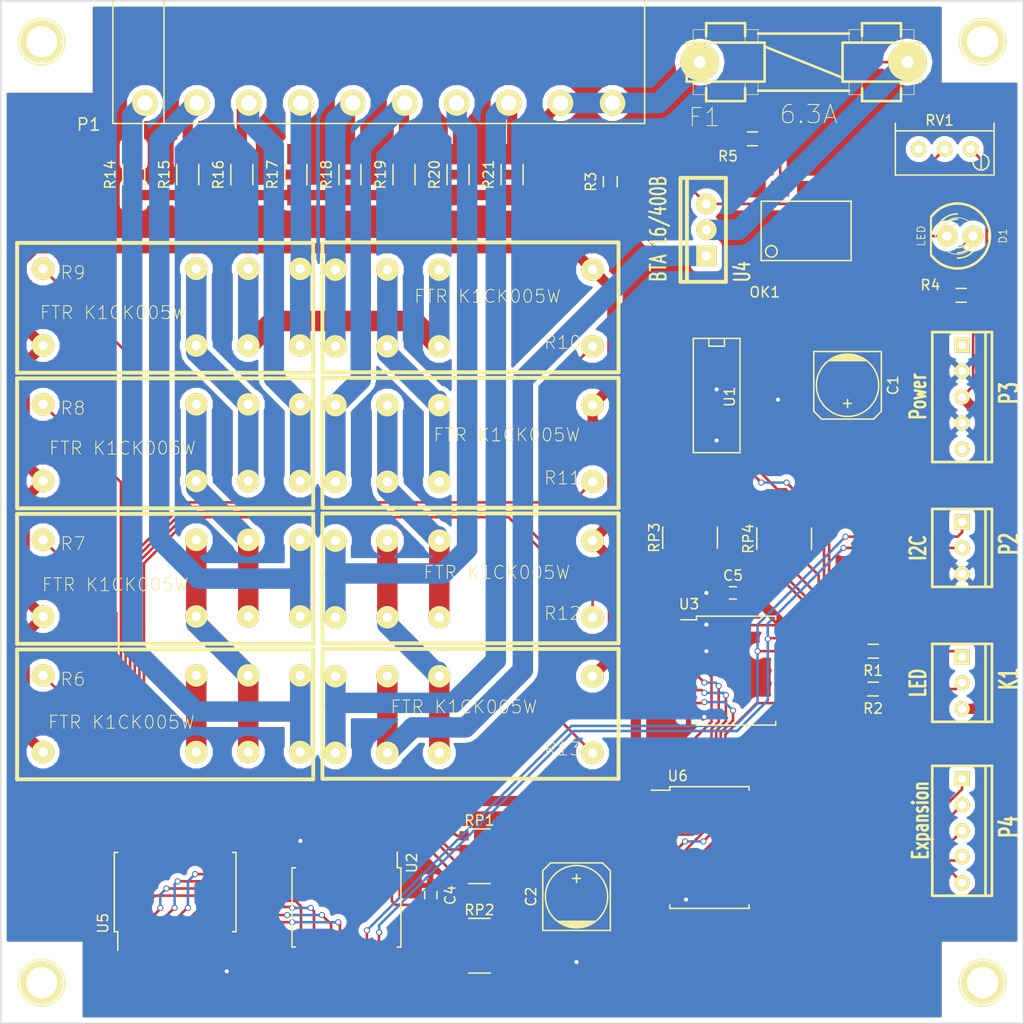
<source format=kicad_pcb>
(kicad_pcb (version 4) (host pcbnew 4.0.5+dfsg1-4~bpo8+1)
  (title_block (title "replicator motor control board") (date "18. Juli 2016") (rev 3.0) (company "c-base e.V."))
  (layers (0 F.Cu signal) (31 B.Cu signal) (34 B.Paste user) (35 F.Paste user) (36 B.SilkS user) (37 F.SilkS user) (38 B.Mask user) (39 F.Mask user) (44 Edge.Cuts user))
  (net 0 "")
  (net 1 "Net-(C1-Pad1)")
  (net 2 "Net-(C1-Pad2)")
  (net 3 +5V)
  (net 4 GND)
  (net 5 "Net-(D1-Pad1)")
  (net 6 "Net-(D1-Pad2)")
  (net 7 "Net-(F1-Pad1)")
  (net 8 /VAC)
  (net 9 /K1_1)
  (net 10 /K1_2)
  (net 11 "Net-(OK1-Pad4)")
  (net 12 "Net-(OK1-Pad6)")
  (net 13 /M1)
  (net 14 /M2)
  (net 15 /M3)
  (net 16 /M4)
  (net 17 /M5)
  (net 18 /M6)
  (net 19 /M7)
  (net 20 /M8)
  (net 21 /SCL)
  (net 22 /SDA)
  (net 23 /P4_5)
  (net 24 /P4_4)
  (net 25 /P4_1)
  (net 26 /P4_2)
  (net 27 /P4_3)
  (net 28 "Net-(R1-Pad2)")
  (net 29 "Net-(R2-Pad2)")
  (net 30 "Net-(R13-Pad5)")
  (net 31 "Net-(R6-Pad4)")
  (net 32 "Net-(R6-Pad5)")
  (net 33 "Net-(R6-Pad3)")
  (net 34 "Net-(R7-Pad5)")
  (net 35 "Net-(R7-Pad3)")
  (net 36 "Net-(R8-Pad5)")
  (net 37 "Net-(R8-Pad3)")
  (net 38 "Net-(R10-Pad4)")
  (net 39 "Net-(R9-Pad3)")
  (net 40 "Net-(R10-Pad5)")
  (net 41 "Net-(R10-Pad3)")
  (net 42 "Net-(R11-Pad5)")
  (net 43 "Net-(R11-Pad3)")
  (net 44 "Net-(R12-Pad5)")
  (net 45 "Net-(R12-Pad3)")
  (net 46 "Net-(R13-Pad3)")
  (net 47 "Net-(RP1-Pad1)")
  (net 48 "Net-(RP1-Pad4)")
  (net 49 "Net-(RP1-Pad2)")
  (net 50 "Net-(RP1-Pad3)")
  (net 51 "Net-(RP2-Pad1)")
  (net 52 "Net-(RP2-Pad4)")
  (net 53 "Net-(RP2-Pad2)")
  (net 54 "Net-(RP2-Pad3)")
  (net 55 "Net-(RP3-Pad1)")
  (net 56 "Net-(RP3-Pad4)")
  (net 57 "Net-(RP3-Pad2)")
  (net 58 "Net-(RP3-Pad3)")
  (net 59 "Net-(RP4-Pad1)")
  (net 60 "Net-(RP4-Pad4)")
  (net 61 "Net-(RP4-Pad2)")
  (net 62 "Net-(RP4-Pad3)")
  (net 63 "Net-(U1-Pad10)")
  (net 64 "Net-(OK1-Pad2)")
  (module replicator:SO-16-N (layer F.Cu) (at 170 88.6 270)
    (fp_text reference U1 (at 0.127 -1.27 270) (layer F.SilkS))
    (fp_text value 4538B)
    (pad 16 smd rect (at -4.445 -3.175 270) (size 0.508 1.143) (layers F.Cu F.Paste F.Mask) (net 3 +5V))
    (pad 14 smd rect (at -1.905 -3.175 270) (size 0.508 1.143) (layers F.Cu F.Paste F.Mask) (net 1 "Net-(C1-Pad1)"))
    (pad 13 smd rect (at -0.635 -3.175 270) (size 0.508 1.143) (layers F.Cu F.Paste F.Mask) (net 61 "Net-(RP4-Pad2)"))
    (pad 12 smd rect (at 0.635 -3.175 270) (size 0.508 1.143) (layers F.Cu F.Paste F.Mask) (net 4 GND))
    (pad 11 smd rect (at 1.905 -3.175 270) (size 0.508 1.143) (layers F.Cu F.Paste F.Mask) (net 59 "Net-(RP4-Pad1)"))
    (pad 10 smd rect (at 3.175 -3.175 270) (size 0.508 1.143) (layers F.Cu F.Paste F.Mask) (net 63 "Net-(U1-Pad10)"))
    (pad 9 smd rect (at 4.445 -3.175 270) (size 0.508 1.143) (layers F.Cu F.Paste F.Mask))
    (pad 8 smd rect (at 4.445 3.175 270) (size 0.508 1.143) (layers F.Cu F.Paste F.Mask) (net 4 GND))
    (pad 7 smd rect (at 3.175 3.175 270) (size 0.508 1.143) (layers F.Cu F.Paste F.Mask))
    (pad 6 smd rect (at 1.905 3.175 270) (size 0.508 1.143) (layers F.Cu F.Paste F.Mask))
    (pad 5 smd rect (at 0.635 3.175 270) (size 0.508 1.143) (layers F.Cu F.Paste F.Mask) (net 3 +5V))
    (pad 4 smd rect (at -0.635 3.175 270) (size 0.508 1.143) (layers F.Cu F.Paste F.Mask) (net 4 GND))
    (pad 3 smd rect (at -1.905 3.175 270) (size 0.508 1.143) (layers F.Cu F.Paste F.Mask) (net 3 +5V))
    (pad 2 smd rect (at -3.175 3.175 270) (size 0.508 1.143) (layers F.Cu F.Paste F.Mask))
    (pad 1 smd rect (at -4.445 3.175 270) (size 0.508 1.143) (layers F.Cu F.Paste F.Mask))
    (pad 15 smd rect (at -3.175 -3.175 270) (size 0.508 1.143) (layers F.Cu F.Paste F.Mask) (net 2 "Net-(C1-Pad2)"))
  )
  (module replicator:LED-5MM (layer F.Cu) (at 193.8 73 180)
    (fp_text reference D1 (at -4.2 0 270) (layer F.SilkS) (effects (font (size 0.762 0.762) (thickness 0.0889))))
    (fp_text value LED (at 3.8 0 270) (layer F.SilkS) (effects (font (size 0.762 0.762) (thickness 0.0889))))
    (pad 1 thru_hole circle (at -1.27 0 180) (size 1.99898 1.99898) (drill 0.89916) (layers *.Cu *.Mask F.SilkS) (net 5 "Net-(D1-Pad1)"))
    (pad 2 thru_hole circle (at 1.27 0 180) (size 1.99898 1.99898) (drill 0.89916) (layers *.Cu *.Mask F.SilkS) (net 6 "Net-(D1-Pad2)"))
  )
  (module replicator:TO220_VERT (layer F.Cu) (at 169 72.4 180)
    (fp_text reference U4 (at -3.5 -4.1 270) (layer F.SilkS) (effects (font (size 1.524 1.016) (thickness 0.2032))))
    (fp_text value "BTA 16/400B" (at 4.7 0.1 270) (layer F.SilkS) (effects (font (size 1.524 1.016) (thickness 0.2032))))
    (pad 2 thru_hole circle (at 0 0 180) (size 1.99898 1.99898) (drill 0.89916) (layers *.Cu *.Mask F.SilkS) (net 7 "Net-(F1-Pad1)"))
    (pad 3 thru_hole circle (at 0 2.54 180) (size 1.99898 1.99898) (drill 0.89916) (layers *.Cu *.Mask F.SilkS) (net 11 "Net-(OK1-Pad4)"))
    (pad 1 thru_hole rect (at 0 -2.54 180) (size 1.99898 1.99898) (drill 0.89916) (layers *.Cu *.Mask F.SilkS) (net 30 "Net-(R13-Pad5)"))
  )
  (module Connect:1pin (layer F.Cu) (at 104 146)
    (fp_text reference "" (at 0 -3.048) (layer F.SilkS))
    (fp_text value "")
    (pad "" thru_hole circle (at 0 0) (size 4.064 4.064) (drill 3.048) (layers *.Cu *.Mask F.SilkS))
  )
  (module Connect:1pin (layer F.Cu) (at 196 146)
    (fp_text reference "" (at 0 -3.048) (layer F.SilkS))
    (fp_text value "")
    (pad "" thru_hole circle (at 0 0) (size 4.064 4.064) (drill 3.048) (layers *.Cu *.Mask F.SilkS))
  )
  (module Connect:1pin (layer F.Cu) (at 196 54)
    (fp_text reference "" (at 0 -3.048) (layer F.SilkS))
    (fp_text value "")
    (pad "" thru_hole circle (at 0 0) (size 4.064 4.064) (drill 3.048) (layers *.Cu *.Mask F.SilkS))
  )
  (module replicator:C_0603_HandSoldering (layer F.Cu) (at 142.05 137.45 270)
    (fp_text reference C4 (at 0 -1.9 270) (layer F.SilkS))
    (fp_text value 100n)
    (pad 1 smd rect (at -0.95 0 270) (size 1.2 0.75) (layers F.Cu F.Paste F.Mask) (net 4 GND))
    (pad 2 smd rect (at 0.95 0 270) (size 1.2 0.75) (layers F.Cu F.Paste F.Mask) (net 3 +5V))
  )
  (module replicator:C_0603_HandSoldering (layer F.Cu) (at 171.6 107.9)
    (fp_text reference C5 (at 0 -1.7) (layer F.SilkS))
    (fp_text value 100n)
    (pad 1 smd rect (at -0.95 0) (size 1.2 0.75) (layers F.Cu F.Paste F.Mask) (net 4 GND))
    (pad 2 smd rect (at 0.95 0) (size 1.2 0.75) (layers F.Cu F.Paste F.Mask) (net 3 +5V))
  )
  (module replicator:PSS254-3G (layer F.Cu) (at 194 116.69484 270)
    (fp_text reference K1 (at -0.381 -4.572 270) (layer F.SilkS) (effects (font (size 1.72974 1.08712) (thickness 0.27178))))
    (fp_text value LED (at 0.00516 4.3 270) (layer F.SilkS) (effects (font (size 1.524 1.016) (thickness 0.254))))
    (pad 1 thru_hole rect (at -2.54 0 270) (size 1.50114 1.50114) (drill 0.8001) (layers *.Cu *.Mask F.SilkS) (net 9 /K1_1))
    (pad 2 thru_hole circle (at 0 0 270) (size 1.50114 1.50114) (drill 0.8001) (layers *.Cu *.Mask F.SilkS) (net 10 /K1_2))
    (pad 3 thru_hole circle (at 2.54 0 270) (size 1.50114 1.50114) (drill 0.8001) (layers *.Cu *.Mask F.SilkS) (net 3 +5V))
  )
  (module replicator:MOC_3020 (layer F.Cu) (at 178.75 72.5)
    (fp_text reference OK1 (at -4.05 6) (layer F.SilkS))
    (fp_text value MOC3020)
    (pad 2 smd rect (at 0 4.125) (size 1.78 1.52) (layers F.Cu F.Paste F.Mask) (net 64 "Net-(OK1-Pad2)"))
    (pad 1 smd rect (at -2.54 4.125) (size 1.78 1.52) (layers F.Cu F.Paste F.Mask) (net 6 "Net-(D1-Pad2)"))
    (pad 3 smd rect (at 2.54 4.125) (size 1.78 1.52) (layers F.Cu F.Paste F.Mask))
    (pad 4 smd rect (at 2.54 -4.125) (size 1.78 1.52) (layers F.Cu F.Paste F.Mask) (net 11 "Net-(OK1-Pad4)"))
    (pad 6 smd rect (at -2.54 -4.125) (size 1.78 1.52) (layers F.Cu F.Paste F.Mask) (net 12 "Net-(OK1-Pad6)"))
    (pad 5 smd rect (at 0 -4.125) (size 1.78 1.52) (layers F.Cu F.Paste F.Mask))
  )
  (module replicator:PSS254-3G (layer F.Cu) (at 194 103.5 270)
    (fp_text reference P2 (at -0.381 -4.572 270) (layer F.SilkS) (effects (font (size 1.72974 1.08712) (thickness 0.27178))))
    (fp_text value I2C (at 0 4.3 270) (layer F.SilkS) (effects (font (size 1.524 1.016) (thickness 0.254))))
    (pad 1 thru_hole rect (at -2.54 0 270) (size 1.50114 1.50114) (drill 0.8001) (layers *.Cu *.Mask F.SilkS) (net 21 /SCL))
    (pad 2 thru_hole circle (at 0 0 270) (size 1.50114 1.50114) (drill 0.8001) (layers *.Cu *.Mask F.SilkS) (net 22 /SDA))
    (pad 3 thru_hole circle (at 2.54 0 270) (size 1.50114 1.50114) (drill 0.8001) (layers *.Cu *.Mask F.SilkS) (net 4 GND))
  )
  (module replicator:PSS254-5G (layer F.Cu) (at 194 88.75 270)
    (fp_text reference P3 (at -0.381 -4.572 270) (layer F.SilkS) (effects (font (size 1.72974 1.08712) (thickness 0.27178))))
    (fp_text value Power (at -0.05 4.3 270) (layer F.SilkS) (effects (font (size 1.524 1.016) (thickness 0.254))))
    (pad 5 thru_hole circle (at 5.08 0 270) (size 1.50114 1.50114) (drill 0.8001) (layers *.Cu *.Mask F.SilkS))
    (pad 4 thru_hole circle (at 2.54 0 270) (size 1.50114 1.50114) (drill 0.8001) (layers *.Cu *.Mask F.SilkS) (net 4 GND))
    (pad 1 thru_hole rect (at -5.08 0 270) (size 1.50114 1.50114) (drill 0.8001) (layers *.Cu *.Mask F.SilkS))
    (pad 2 thru_hole circle (at -2.54 0 270) (size 1.50114 1.50114) (drill 0.8001) (layers *.Cu *.Mask F.SilkS) (net 4 GND))
    (pad 3 thru_hole circle (at 0 0 270) (size 1.50114 1.50114) (drill 0.8001) (layers *.Cu *.Mask F.SilkS) (net 3 +5V))
  )
  (module replicator:PSS254-5G (layer F.Cu) (at 194 131.159999 270)
    (fp_text reference P4 (at -0.381 -4.572 270) (layer F.SilkS) (effects (font (size 1.72974 1.08712) (thickness 0.27178))))
    (fp_text value Expansion (at -1.016 4.064 270) (layer F.SilkS) (effects (font (size 1.524 1.016) (thickness 0.254))))
    (pad 5 thru_hole circle (at 5.08 0 270) (size 1.50114 1.50114) (drill 0.8001) (layers *.Cu *.Mask F.SilkS) (net 23 /P4_5))
    (pad 4 thru_hole circle (at 2.54 0 270) (size 1.50114 1.50114) (drill 0.8001) (layers *.Cu *.Mask F.SilkS) (net 24 /P4_4))
    (pad 1 thru_hole rect (at -5.08 0 270) (size 1.50114 1.50114) (drill 0.8001) (layers *.Cu *.Mask F.SilkS) (net 25 /P4_1))
    (pad 2 thru_hole circle (at -2.54 0 270) (size 1.50114 1.50114) (drill 0.8001) (layers *.Cu *.Mask F.SilkS) (net 26 /P4_2))
    (pad 3 thru_hole circle (at 0 0 270) (size 1.50114 1.50114) (drill 0.8001) (layers *.Cu *.Mask F.SilkS) (net 27 /P4_3))
  )
  (module replicator:R_0603_HandSoldering (layer F.Cu) (at 185.3 113.6 180)
    (fp_text reference R1 (at 0 -1.9 180) (layer F.SilkS))
    (fp_text value 470)
    (pad 1 smd rect (at -1.1 0 180) (size 1.2 0.9) (layers F.Cu F.Paste F.Mask) (net 9 /K1_1))
    (pad 2 smd rect (at 1.1 0 180) (size 1.2 0.9) (layers F.Cu F.Paste F.Mask) (net 28 "Net-(R1-Pad2)"))
  )
  (module replicator:R_0603_HandSoldering (layer F.Cu) (at 185.3 117.3 180)
    (fp_text reference R2 (at 0 -1.9 180) (layer F.SilkS))
    (fp_text value 470)
    (pad 1 smd rect (at -1.1 0 180) (size 1.2 0.9) (layers F.Cu F.Paste F.Mask) (net 10 /K1_2))
    (pad 2 smd rect (at 1.1 0 180) (size 1.2 0.9) (layers F.Cu F.Paste F.Mask) (net 29 "Net-(R2-Pad2)"))
  )
  (module replicator:R_0603_HandSoldering (layer F.Cu) (at 159.6 67.7 90)
    (fp_text reference R3 (at 0 -1.9 90) (layer F.SilkS))
    (fp_text value 390)
    (pad 1 smd rect (at -1.1 0 90) (size 1.2 0.9) (layers F.Cu F.Paste F.Mask) (net 30 "Net-(R13-Pad5)"))
    (pad 2 smd rect (at 1.1 0 90) (size 1.2 0.9) (layers F.Cu F.Paste F.Mask) (net 11 "Net-(OK1-Pad4)"))
  )
  (module replicator:R_0603_HandSoldering (layer F.Cu) (at 193.9 78.8)
    (fp_text reference R4 (at -3 -1) (layer F.SilkS))
    (fp_text value 100)
    (pad 1 smd rect (at -1.1 0) (size 1.2 0.9) (layers F.Cu F.Paste F.Mask) (net 5 "Net-(D1-Pad1)"))
    (pad 2 smd rect (at 1.1 0) (size 1.2 0.9) (layers F.Cu F.Paste F.Mask) (net 3 +5V))
  )
  (module replicator:R_0603_HandSoldering (layer F.Cu) (at 173.5 63.5)
    (fp_text reference R5 (at -2.4 1.7) (layer F.SilkS))
    (fp_text value 390)
    (pad 1 smd rect (at -1.1 0) (size 1.2 0.9) (layers F.Cu F.Paste F.Mask) (net 7 "Net-(F1-Pad1)"))
    (pad 2 smd rect (at 1.1 0) (size 1.2 0.9) (layers F.Cu F.Paste F.Mask) (net 12 "Net-(OK1-Pad6)"))
  )
  (module replicator:Relais_1X (layer F.Cu) (at 111.5 118.25)
    (fp_text reference R6 (at -4.445 -1.905) (layer F.SilkS) (effects (font (size 1.27 1.27) (thickness 0.0889))))
    (fp_text value "FTR K1CK005W" (at 0.3 2.3) (layer F.SilkS) (effects (font (size 1.27 1.27) (thickness 0.0889))))
    (pad 1 thru_hole circle (at -7.366 5.207) (size 2.19964 2.19964) (drill 0.89916) (layers *.Cu *.Mask F.SilkS) (net 3 +5V))
    (pad 4 thru_hole circle (at 7.62 5.207) (size 2.19964 2.19964) (drill 0.89916) (layers *.Cu *.Mask F.SilkS) (net 31 "Net-(R6-Pad4)"))
    (pad 5 thru_hole circle (at 12.7 5.207) (size 2.19964 2.19964) (drill 0.89916) (layers *.Cu *.Mask F.SilkS) (net 32 "Net-(R6-Pad5)"))
    (pad 2 thru_hole circle (at 17.78 5.207) (size 2.19964 2.19964) (drill 0.89916) (layers *.Cu *.Mask F.SilkS) (net 13 /M1))
    (pad 2 thru_hole circle (at 17.78 -2.286) (size 2.19964 2.19964) (drill 0.89916) (layers *.Cu *.Mask F.SilkS) (net 13 /M1))
    (pad 5 thru_hole circle (at 12.7 -2.286) (size 2.19964 2.19964) (drill 0.89916) (layers *.Cu *.Mask F.SilkS) (net 32 "Net-(R6-Pad5)"))
    (pad 4 thru_hole circle (at 7.62 -2.286) (size 2.19964 2.19964) (drill 0.89916) (layers *.Cu *.Mask F.SilkS) (net 31 "Net-(R6-Pad4)"))
    (pad 3 thru_hole circle (at -7.366 -2.286) (size 2.19964 2.19964) (drill 0.89916) (layers *.Cu *.Mask F.SilkS) (net 33 "Net-(R6-Pad3)"))
  )
  (module replicator:Relais_1X (layer F.Cu) (at 111.5 105)
    (fp_text reference R7 (at -4.445 -1.905) (layer F.SilkS) (effects (font (size 1.27 1.27) (thickness 0.0889))))
    (fp_text value "FTR K1CK005W" (at -0.3 2.1) (layer F.SilkS) (effects (font (size 1.27 1.27) (thickness 0.0889))))
    (pad 1 thru_hole circle (at -7.366 5.207) (size 2.19964 2.19964) (drill 0.89916) (layers *.Cu *.Mask F.SilkS) (net 3 +5V))
    (pad 4 thru_hole circle (at 7.62 5.207) (size 2.19964 2.19964) (drill 0.89916) (layers *.Cu *.Mask F.SilkS) (net 32 "Net-(R6-Pad5)"))
    (pad 5 thru_hole circle (at 12.7 5.207) (size 2.19964 2.19964) (drill 0.89916) (layers *.Cu *.Mask F.SilkS) (net 34 "Net-(R7-Pad5)"))
    (pad 2 thru_hole circle (at 17.78 5.207) (size 2.19964 2.19964) (drill 0.89916) (layers *.Cu *.Mask F.SilkS) (net 14 /M2))
    (pad 2 thru_hole circle (at 17.78 -2.286) (size 2.19964 2.19964) (drill 0.89916) (layers *.Cu *.Mask F.SilkS) (net 14 /M2))
    (pad 5 thru_hole circle (at 12.7 -2.286) (size 2.19964 2.19964) (drill 0.89916) (layers *.Cu *.Mask F.SilkS) (net 34 "Net-(R7-Pad5)"))
    (pad 4 thru_hole circle (at 7.62 -2.286) (size 2.19964 2.19964) (drill 0.89916) (layers *.Cu *.Mask F.SilkS) (net 32 "Net-(R6-Pad5)"))
    (pad 3 thru_hole circle (at -7.366 -2.286) (size 2.19964 2.19964) (drill 0.89916) (layers *.Cu *.Mask F.SilkS) (net 35 "Net-(R7-Pad3)"))
  )
  (module replicator:Relais_1X (layer F.Cu) (at 111.5 91.75)
    (fp_text reference R8 (at -4.445 -1.905) (layer F.SilkS) (effects (font (size 1.27 1.27) (thickness 0.0889))))
    (fp_text value "FTR K1CK005W" (at 0.4 2) (layer F.SilkS) (effects (font (size 1.27 1.27) (thickness 0.0889))))
    (pad 1 thru_hole circle (at -7.366 5.207) (size 2.19964 2.19964) (drill 0.89916) (layers *.Cu *.Mask F.SilkS) (net 3 +5V))
    (pad 4 thru_hole circle (at 7.62 5.207) (size 2.19964 2.19964) (drill 0.89916) (layers *.Cu *.Mask F.SilkS) (net 34 "Net-(R7-Pad5)"))
    (pad 5 thru_hole circle (at 12.7 5.207) (size 2.19964 2.19964) (drill 0.89916) (layers *.Cu *.Mask F.SilkS) (net 36 "Net-(R8-Pad5)"))
    (pad 2 thru_hole circle (at 17.78 5.207) (size 2.19964 2.19964) (drill 0.89916) (layers *.Cu *.Mask F.SilkS) (net 15 /M3))
    (pad 2 thru_hole circle (at 17.78 -2.286) (size 2.19964 2.19964) (drill 0.89916) (layers *.Cu *.Mask F.SilkS) (net 15 /M3))
    (pad 5 thru_hole circle (at 12.7 -2.286) (size 2.19964 2.19964) (drill 0.89916) (layers *.Cu *.Mask F.SilkS) (net 36 "Net-(R8-Pad5)"))
    (pad 4 thru_hole circle (at 7.62 -2.286) (size 2.19964 2.19964) (drill 0.89916) (layers *.Cu *.Mask F.SilkS) (net 34 "Net-(R7-Pad5)"))
    (pad 3 thru_hole circle (at -7.366 -2.286) (size 2.19964 2.19964) (drill 0.89916) (layers *.Cu *.Mask F.SilkS) (net 37 "Net-(R8-Pad3)"))
  )
  (module replicator:Relais_1X (layer F.Cu) (at 111.5 78.5)
    (fp_text reference R9 (at -4.445 -1.905) (layer F.SilkS) (effects (font (size 1.27 1.27) (thickness 0.0889))))
    (fp_text value "FTR K1CK005W" (at -0.5 2) (layer F.SilkS) (effects (font (size 1.27 1.27) (thickness 0.0889))))
    (pad 1 thru_hole circle (at -7.366 5.207) (size 2.19964 2.19964) (drill 0.89916) (layers *.Cu *.Mask F.SilkS) (net 3 +5V))
    (pad 4 thru_hole circle (at 7.62 5.207) (size 2.19964 2.19964) (drill 0.89916) (layers *.Cu *.Mask F.SilkS) (net 36 "Net-(R8-Pad5)"))
    (pad 5 thru_hole circle (at 12.7 5.207) (size 2.19964 2.19964) (drill 0.89916) (layers *.Cu *.Mask F.SilkS) (net 38 "Net-(R10-Pad4)"))
    (pad 2 thru_hole circle (at 17.78 5.207) (size 2.19964 2.19964) (drill 0.89916) (layers *.Cu *.Mask F.SilkS) (net 16 /M4))
    (pad 2 thru_hole circle (at 17.78 -2.286) (size 2.19964 2.19964) (drill 0.89916) (layers *.Cu *.Mask F.SilkS) (net 16 /M4))
    (pad 5 thru_hole circle (at 12.7 -2.286) (size 2.19964 2.19964) (drill 0.89916) (layers *.Cu *.Mask F.SilkS) (net 38 "Net-(R10-Pad4)"))
    (pad 4 thru_hole circle (at 7.62 -2.286) (size 2.19964 2.19964) (drill 0.89916) (layers *.Cu *.Mask F.SilkS) (net 36 "Net-(R8-Pad5)"))
    (pad 3 thru_hole circle (at -7.366 -2.286) (size 2.19964 2.19964) (drill 0.89916) (layers *.Cu *.Mask F.SilkS) (net 39 "Net-(R9-Pad3)"))
  )
  (module replicator:Relais_1X (layer F.Cu) (at 150.5 81.5 180)
    (fp_text reference R10 (at -4.445 -1.905 180) (layer F.SilkS) (effects (font (size 1.27 1.27) (thickness 0.0889))))
    (fp_text value "FTR K1CK005W" (at 2.9 2.6 180) (layer F.SilkS) (effects (font (size 1.27 1.27) (thickness 0.0889))))
    (pad 1 thru_hole circle (at -7.366 5.207 180) (size 2.19964 2.19964) (drill 0.89916) (layers *.Cu *.Mask F.SilkS) (net 3 +5V))
    (pad 4 thru_hole circle (at 7.62 5.207 180) (size 2.19964 2.19964) (drill 0.89916) (layers *.Cu *.Mask F.SilkS) (net 38 "Net-(R10-Pad4)"))
    (pad 5 thru_hole circle (at 12.7 5.207 180) (size 2.19964 2.19964) (drill 0.89916) (layers *.Cu *.Mask F.SilkS) (net 40 "Net-(R10-Pad5)"))
    (pad 2 thru_hole circle (at 17.78 5.207 180) (size 2.19964 2.19964) (drill 0.89916) (layers *.Cu *.Mask F.SilkS) (net 17 /M5))
    (pad 2 thru_hole circle (at 17.78 -2.286 180) (size 2.19964 2.19964) (drill 0.89916) (layers *.Cu *.Mask F.SilkS) (net 17 /M5))
    (pad 5 thru_hole circle (at 12.7 -2.286 180) (size 2.19964 2.19964) (drill 0.89916) (layers *.Cu *.Mask F.SilkS) (net 40 "Net-(R10-Pad5)"))
    (pad 4 thru_hole circle (at 7.62 -2.286 180) (size 2.19964 2.19964) (drill 0.89916) (layers *.Cu *.Mask F.SilkS) (net 38 "Net-(R10-Pad4)"))
    (pad 3 thru_hole circle (at -7.366 -2.286 180) (size 2.19964 2.19964) (drill 0.89916) (layers *.Cu *.Mask F.SilkS) (net 41 "Net-(R10-Pad3)"))
  )
  (module replicator:Relais_1X (layer F.Cu) (at 150.5 94.75 180)
    (fp_text reference R11 (at -4.445 -1.905 180) (layer F.SilkS) (effects (font (size 1.27 1.27) (thickness 0.0889))))
    (fp_text value "FTR K1CK005W" (at 1.02 2.3 180) (layer F.SilkS) (effects (font (size 1.27 1.27) (thickness 0.0889))))
    (pad 1 thru_hole circle (at -7.366 5.207 180) (size 2.19964 2.19964) (drill 0.89916) (layers *.Cu *.Mask F.SilkS) (net 3 +5V))
    (pad 4 thru_hole circle (at 7.62 5.207 180) (size 2.19964 2.19964) (drill 0.89916) (layers *.Cu *.Mask F.SilkS) (net 40 "Net-(R10-Pad5)"))
    (pad 5 thru_hole circle (at 12.7 5.207 180) (size 2.19964 2.19964) (drill 0.89916) (layers *.Cu *.Mask F.SilkS) (net 42 "Net-(R11-Pad5)"))
    (pad 2 thru_hole circle (at 17.78 5.207 180) (size 2.19964 2.19964) (drill 0.89916) (layers *.Cu *.Mask F.SilkS) (net 18 /M6))
    (pad 2 thru_hole circle (at 17.78 -2.286 180) (size 2.19964 2.19964) (drill 0.89916) (layers *.Cu *.Mask F.SilkS) (net 18 /M6))
    (pad 5 thru_hole circle (at 12.7 -2.286 180) (size 2.19964 2.19964) (drill 0.89916) (layers *.Cu *.Mask F.SilkS) (net 42 "Net-(R11-Pad5)"))
    (pad 4 thru_hole circle (at 7.62 -2.286 180) (size 2.19964 2.19964) (drill 0.89916) (layers *.Cu *.Mask F.SilkS) (net 40 "Net-(R10-Pad5)"))
    (pad 3 thru_hole circle (at -7.366 -2.286 180) (size 2.19964 2.19964) (drill 0.89916) (layers *.Cu *.Mask F.SilkS) (net 43 "Net-(R11-Pad3)"))
  )
  (module replicator:Relais_1X (layer F.Cu) (at 150.5 108 180)
    (fp_text reference R12 (at -4.445 -1.905 180) (layer F.SilkS) (effects (font (size 1.27 1.27) (thickness 0.0889))))
    (fp_text value "FTR K1CK005W" (at 2 2.1 180) (layer F.SilkS) (effects (font (size 1.27 1.27) (thickness 0.0889))))
    (pad 1 thru_hole circle (at -7.366 5.207 180) (size 2.19964 2.19964) (drill 0.89916) (layers *.Cu *.Mask F.SilkS) (net 3 +5V))
    (pad 4 thru_hole circle (at 7.62 5.207 180) (size 2.19964 2.19964) (drill 0.89916) (layers *.Cu *.Mask F.SilkS) (net 42 "Net-(R11-Pad5)"))
    (pad 5 thru_hole circle (at 12.7 5.207 180) (size 2.19964 2.19964) (drill 0.89916) (layers *.Cu *.Mask F.SilkS) (net 44 "Net-(R12-Pad5)"))
    (pad 2 thru_hole circle (at 17.78 5.207 180) (size 2.19964 2.19964) (drill 0.89916) (layers *.Cu *.Mask F.SilkS) (net 19 /M7))
    (pad 2 thru_hole circle (at 17.78 -2.286 180) (size 2.19964 2.19964) (drill 0.89916) (layers *.Cu *.Mask F.SilkS) (net 19 /M7))
    (pad 5 thru_hole circle (at 12.7 -2.286 180) (size 2.19964 2.19964) (drill 0.89916) (layers *.Cu *.Mask F.SilkS) (net 44 "Net-(R12-Pad5)"))
    (pad 4 thru_hole circle (at 7.62 -2.286 180) (size 2.19964 2.19964) (drill 0.89916) (layers *.Cu *.Mask F.SilkS) (net 42 "Net-(R11-Pad5)"))
    (pad 3 thru_hole circle (at -7.366 -2.286 180) (size 2.19964 2.19964) (drill 0.89916) (layers *.Cu *.Mask F.SilkS) (net 45 "Net-(R12-Pad3)"))
  )
  (module replicator:Relais_1X (layer F.Cu) (at 150.5 121.25 180)
    (fp_text reference R13 (at -4.445 -1.905 180) (layer F.SilkS) (effects (font (size 1.27 1.27) (thickness 0.0889))))
    (fp_text value "FTR K1CK005W" (at 5.22 2.2 180) (layer F.SilkS) (effects (font (size 1.27 1.27) (thickness 0.0889))))
    (pad 1 thru_hole circle (at -7.366 5.207 180) (size 2.19964 2.19964) (drill 0.89916) (layers *.Cu *.Mask F.SilkS) (net 3 +5V))
    (pad 4 thru_hole circle (at 7.62 5.207 180) (size 2.19964 2.19964) (drill 0.89916) (layers *.Cu *.Mask F.SilkS) (net 44 "Net-(R12-Pad5)"))
    (pad 5 thru_hole circle (at 12.7 5.207 180) (size 2.19964 2.19964) (drill 0.89916) (layers *.Cu *.Mask F.SilkS) (net 30 "Net-(R13-Pad5)"))
    (pad 2 thru_hole circle (at 17.78 5.207 180) (size 2.19964 2.19964) (drill 0.89916) (layers *.Cu *.Mask F.SilkS) (net 20 /M8))
    (pad 2 thru_hole circle (at 17.78 -2.286 180) (size 2.19964 2.19964) (drill 0.89916) (layers *.Cu *.Mask F.SilkS) (net 20 /M8))
    (pad 5 thru_hole circle (at 12.7 -2.286 180) (size 2.19964 2.19964) (drill 0.89916) (layers *.Cu *.Mask F.SilkS) (net 30 "Net-(R13-Pad5)"))
    (pad 4 thru_hole circle (at 7.62 -2.286 180) (size 2.19964 2.19964) (drill 0.89916) (layers *.Cu *.Mask F.SilkS) (net 44 "Net-(R12-Pad5)"))
    (pad 3 thru_hole circle (at -7.366 -2.286 180) (size 2.19964 2.19964) (drill 0.89916) (layers *.Cu *.Mask F.SilkS) (net 46 "Net-(R13-Pad3)"))
  )
  (module replicator:R_1206_HandSoldering (layer F.Cu) (at 113 67 90)
    (fp_text reference R14 (at 0 -2.3 90) (layer F.SilkS))
    (fp_text value "VDR 30V")
    (pad 1 smd rect (at -2 0 90) (size 2 1.7) (layers F.Cu F.Paste F.Mask) (net 8 /VAC))
    (pad 2 smd rect (at 2 0 90) (size 2 1.7) (layers F.Cu F.Paste F.Mask) (net 13 /M1))
  )
  (module replicator:R_1206_HandSoldering (layer F.Cu) (at 118.285714 67 90)
    (fp_text reference R15 (at 0 -2.3 90) (layer F.SilkS))
    (fp_text value "VDR 30V")
    (pad 1 smd rect (at -2 0 90) (size 2 1.7) (layers F.Cu F.Paste F.Mask) (net 8 /VAC))
    (pad 2 smd rect (at 2 0 90) (size 2 1.7) (layers F.Cu F.Paste F.Mask) (net 14 /M2))
  )
  (module replicator:R_1206_HandSoldering (layer F.Cu) (at 123.571428 67 90)
    (fp_text reference R16 (at 0 -2.3 90) (layer F.SilkS))
    (fp_text value "VDR 30V")
    (pad 1 smd rect (at -2 0 90) (size 2 1.7) (layers F.Cu F.Paste F.Mask) (net 8 /VAC))
    (pad 2 smd rect (at 2 0 90) (size 2 1.7) (layers F.Cu F.Paste F.Mask) (net 15 /M3))
  )
  (module replicator:R_1206_HandSoldering (layer F.Cu) (at 128.857142 67 90)
    (fp_text reference R17 (at 0 -2.3 90) (layer F.SilkS))
    (fp_text value "VDR 30V")
    (pad 1 smd rect (at -2 0 90) (size 2 1.7) (layers F.Cu F.Paste F.Mask) (net 8 /VAC))
    (pad 2 smd rect (at 2 0 90) (size 2 1.7) (layers F.Cu F.Paste F.Mask) (net 16 /M4))
  )
  (module replicator:R_1206_HandSoldering (layer F.Cu) (at 134.142856 67 90)
    (fp_text reference R18 (at 0 -2.3 90) (layer F.SilkS))
    (fp_text value "VDR 30V")
    (pad 1 smd rect (at -2 0 90) (size 2 1.7) (layers F.Cu F.Paste F.Mask) (net 8 /VAC))
    (pad 2 smd rect (at 2 0 90) (size 2 1.7) (layers F.Cu F.Paste F.Mask) (net 17 /M5))
  )
  (module replicator:R_1206_HandSoldering (layer F.Cu) (at 139.42857 67 90)
    (fp_text reference R19 (at 0 -2.3 90) (layer F.SilkS))
    (fp_text value "VDR 30V")
    (pad 1 smd rect (at -2 0 90) (size 2 1.7) (layers F.Cu F.Paste F.Mask) (net 8 /VAC))
    (pad 2 smd rect (at 2 0 90) (size 2 1.7) (layers F.Cu F.Paste F.Mask) (net 18 /M6))
  )
  (module replicator:R_1206_HandSoldering (layer F.Cu) (at 144.714284 67 90)
    (fp_text reference R20 (at 0 -2.3 90) (layer F.SilkS))
    (fp_text value "VDR 30V")
    (pad 1 smd rect (at -2 0 90) (size 2 1.7) (layers F.Cu F.Paste F.Mask) (net 8 /VAC))
    (pad 2 smd rect (at 2 0 90) (size 2 1.7) (layers F.Cu F.Paste F.Mask) (net 19 /M7))
  )
  (module replicator:R_1206_HandSoldering (layer F.Cu) (at 149.999998 67 90)
    (fp_text reference R21 (at 0 -2.3 90) (layer F.SilkS))
    (fp_text value "VDR 30V")
    (pad 1 smd rect (at -2 0 90) (size 2 1.7) (layers F.Cu F.Paste F.Mask) (net 8 /VAC))
    (pad 2 smd rect (at 2 0 90) (size 2 1.7) (layers F.Cu F.Paste F.Mask) (net 20 /M8))
  )
  (module replicator:R_Array_Convex_4x1206 (layer F.Cu) (at 146.8 133.65)
    (fp_text reference RP1 (at 0 -3.5) (layer F.SilkS))
    (fp_text value 3K3)
    (pad 1 smd rect (at -1.5 -2) (size 0.9 0.9) (layers F.Cu F.Paste F.Mask) (net 47 "Net-(RP1-Pad1)"))
    (pad 4 smd rect (at -1.5 2) (size 0.9 0.9) (layers F.Cu F.Paste F.Mask) (net 48 "Net-(RP1-Pad4)"))
    (pad 2 smd rect (at -1.5 -0.66) (size 0.9 0.9) (layers F.Cu F.Paste F.Mask) (net 49 "Net-(RP1-Pad2)"))
    (pad 3 smd rect (at -1.5 0.66) (size 0.9 0.9) (layers F.Cu F.Paste F.Mask) (net 50 "Net-(RP1-Pad3)"))
    (pad 7 smd rect (at 1.5 -0.66) (size 0.9 0.9) (layers F.Cu F.Paste F.Mask) (net 3 +5V))
    (pad 8 smd rect (at 1.5 -2) (size 0.9 0.9) (layers F.Cu F.Paste F.Mask) (net 3 +5V))
    (pad 5 smd rect (at 1.5 2) (size 0.9 0.9) (layers F.Cu F.Paste F.Mask) (net 3 +5V))
    (pad 6 smd rect (at 1.5 0.66) (size 0.9 0.9) (layers F.Cu F.Paste F.Mask) (net 3 +5V))
  )
  (module replicator:R_Array_Convex_4x1206 (layer F.Cu) (at 146.8 142.4)
    (fp_text reference RP2 (at 0 -3.5) (layer F.SilkS))
    (fp_text value 3K3)
    (pad 1 smd rect (at -1.5 -2) (size 0.9 0.9) (layers F.Cu F.Paste F.Mask) (net 51 "Net-(RP2-Pad1)"))
    (pad 4 smd rect (at -1.5 2) (size 0.9 0.9) (layers F.Cu F.Paste F.Mask) (net 52 "Net-(RP2-Pad4)"))
    (pad 2 smd rect (at -1.5 -0.66) (size 0.9 0.9) (layers F.Cu F.Paste F.Mask) (net 53 "Net-(RP2-Pad2)"))
    (pad 3 smd rect (at -1.5 0.66) (size 0.9 0.9) (layers F.Cu F.Paste F.Mask) (net 54 "Net-(RP2-Pad3)"))
    (pad 7 smd rect (at 1.5 -0.66) (size 0.9 0.9) (layers F.Cu F.Paste F.Mask) (net 3 +5V))
    (pad 8 smd rect (at 1.5 -2) (size 0.9 0.9) (layers F.Cu F.Paste F.Mask) (net 3 +5V))
    (pad 5 smd rect (at 1.5 2) (size 0.9 0.9) (layers F.Cu F.Paste F.Mask) (net 3 +5V))
    (pad 6 smd rect (at 1.5 0.66) (size 0.9 0.9) (layers F.Cu F.Paste F.Mask) (net 3 +5V))
  )
  (module replicator:R_Array_Convex_4x1206 (layer F.Cu) (at 167.4 102.5 90)
    (fp_text reference RP3 (at 0 -3.5 90) (layer F.SilkS))
    (fp_text value 3K3)
    (pad 1 smd rect (at -1.5 -2 90) (size 0.9 0.9) (layers F.Cu F.Paste F.Mask) (net 55 "Net-(RP3-Pad1)"))
    (pad 4 smd rect (at -1.5 2 90) (size 0.9 0.9) (layers F.Cu F.Paste F.Mask) (net 56 "Net-(RP3-Pad4)"))
    (pad 2 smd rect (at -1.5 -0.66 90) (size 0.9 0.9) (layers F.Cu F.Paste F.Mask) (net 57 "Net-(RP3-Pad2)"))
    (pad 3 smd rect (at -1.5 0.66 90) (size 0.9 0.9) (layers F.Cu F.Paste F.Mask) (net 58 "Net-(RP3-Pad3)"))
    (pad 7 smd rect (at 1.5 -0.66 90) (size 0.9 0.9) (layers F.Cu F.Paste F.Mask) (net 3 +5V))
    (pad 8 smd rect (at 1.5 -2 90) (size 0.9 0.9) (layers F.Cu F.Paste F.Mask) (net 3 +5V))
    (pad 5 smd rect (at 1.5 2 90) (size 0.9 0.9) (layers F.Cu F.Paste F.Mask) (net 3 +5V))
    (pad 6 smd rect (at 1.5 0.66 90) (size 0.9 0.9) (layers F.Cu F.Paste F.Mask) (net 3 +5V))
  )
  (module replicator:R_Array_Convex_4x1206 (layer F.Cu) (at 176.6 102.6 90)
    (fp_text reference RP4 (at 0 -3.5 90) (layer F.SilkS))
    (fp_text value 3K3)
    (pad 1 smd rect (at -1.5 -2 90) (size 0.9 0.9) (layers F.Cu F.Paste F.Mask) (net 59 "Net-(RP4-Pad1)"))
    (pad 4 smd rect (at -1.5 2 90) (size 0.9 0.9) (layers F.Cu F.Paste F.Mask) (net 60 "Net-(RP4-Pad4)"))
    (pad 2 smd rect (at -1.5 -0.66 90) (size 0.9 0.9) (layers F.Cu F.Paste F.Mask) (net 61 "Net-(RP4-Pad2)"))
    (pad 3 smd rect (at -1.5 0.66 90) (size 0.9 0.9) (layers F.Cu F.Paste F.Mask) (net 62 "Net-(RP4-Pad3)"))
    (pad 7 smd rect (at 1.5 -0.66 90) (size 0.9 0.9) (layers F.Cu F.Paste F.Mask) (net 3 +5V))
    (pad 8 smd rect (at 1.5 -2 90) (size 0.9 0.9) (layers F.Cu F.Paste F.Mask) (net 3 +5V))
    (pad 5 smd rect (at 1.5 2 90) (size 0.9 0.9) (layers F.Cu F.Paste F.Mask) (net 3 +5V))
    (pad 6 smd rect (at 1.5 0.66 90) (size 0.9 0.9) (layers F.Cu F.Paste F.Mask) (net 3 +5V))
  )
  (module replicator:SOIC-16_7.5x10.3mm_Pitch1.27mm (layer F.Cu) (at 133.8 138.65 270)
    (fp_text reference U2 (at -4.35 -6.4 270) (layer F.SilkS))
    (fp_text value PCF8574AT)
    (pad 1 smd rect (at -4.65 -4.445 270) (size 1.5 0.6) (layers F.Cu F.Paste F.Mask) (net 3 +5V))
    (pad 2 smd rect (at -4.65 -3.175 270) (size 1.5 0.6) (layers F.Cu F.Paste F.Mask) (net 3 +5V))
    (pad 3 smd rect (at -4.65 -1.905 270) (size 1.5 0.6) (layers F.Cu F.Paste F.Mask) (net 3 +5V))
    (pad 4 smd rect (at -4.65 -0.635 270) (size 1.5 0.6) (layers F.Cu F.Paste F.Mask) (net 48 "Net-(RP1-Pad4)"))
    (pad 5 smd rect (at -4.65 0.635 270) (size 1.5 0.6) (layers F.Cu F.Paste F.Mask) (net 50 "Net-(RP1-Pad3)"))
    (pad 6 smd rect (at -4.65 1.905 270) (size 1.5 0.6) (layers F.Cu F.Paste F.Mask) (net 49 "Net-(RP1-Pad2)"))
    (pad 7 smd rect (at -4.65 3.175 270) (size 1.5 0.6) (layers F.Cu F.Paste F.Mask) (net 47 "Net-(RP1-Pad1)"))
    (pad 8 smd rect (at -4.65 4.445 270) (size 1.5 0.6) (layers F.Cu F.Paste F.Mask) (net 4 GND))
    (pad 9 smd rect (at 4.65 4.445 270) (size 1.5 0.6) (layers F.Cu F.Paste F.Mask) (net 52 "Net-(RP2-Pad4)"))
    (pad 10 smd rect (at 4.65 3.175 270) (size 1.5 0.6) (layers F.Cu F.Paste F.Mask) (net 54 "Net-(RP2-Pad3)"))
    (pad 11 smd rect (at 4.65 1.905 270) (size 1.5 0.6) (layers F.Cu F.Paste F.Mask) (net 53 "Net-(RP2-Pad2)"))
    (pad 12 smd rect (at 4.65 0.635 270) (size 1.5 0.6) (layers F.Cu F.Paste F.Mask) (net 51 "Net-(RP2-Pad1)"))
    (pad 13 smd rect (at 4.65 -0.635 270) (size 1.5 0.6) (layers F.Cu F.Paste F.Mask))
    (pad 14 smd rect (at 4.65 -1.905 270) (size 1.5 0.6) (layers F.Cu F.Paste F.Mask) (net 21 /SCL))
    (pad 15 smd rect (at 4.65 -3.175 270) (size 1.5 0.6) (layers F.Cu F.Paste F.Mask) (net 22 /SDA))
    (pad 16 smd rect (at 4.65 -4.445 270) (size 1.5 0.6) (layers F.Cu F.Paste F.Mask) (net 3 +5V))
  )
  (module replicator:SOIC-16_7.5x10.3mm_Pitch1.27mm (layer F.Cu) (at 171.9 115.5)
    (fp_text reference U3 (at -4.6 -6.5) (layer F.SilkS))
    (fp_text value PCF8574AT)
    (pad 1 smd rect (at -4.65 -4.445) (size 1.5 0.6) (layers F.Cu F.Paste F.Mask) (net 4 GND))
    (pad 2 smd rect (at -4.65 -3.175) (size 1.5 0.6) (layers F.Cu F.Paste F.Mask) (net 3 +5V))
    (pad 3 smd rect (at -4.65 -1.905) (size 1.5 0.6) (layers F.Cu F.Paste F.Mask) (net 4 GND))
    (pad 4 smd rect (at -4.65 -0.635) (size 1.5 0.6) (layers F.Cu F.Paste F.Mask) (net 56 "Net-(RP3-Pad4)"))
    (pad 5 smd rect (at -4.65 0.635) (size 1.5 0.6) (layers F.Cu F.Paste F.Mask) (net 58 "Net-(RP3-Pad3)"))
    (pad 6 smd rect (at -4.65 1.905) (size 1.5 0.6) (layers F.Cu F.Paste F.Mask) (net 57 "Net-(RP3-Pad2)"))
    (pad 7 smd rect (at -4.65 3.175) (size 1.5 0.6) (layers F.Cu F.Paste F.Mask) (net 55 "Net-(RP3-Pad1)"))
    (pad 8 smd rect (at -4.65 4.445) (size 1.5 0.6) (layers F.Cu F.Paste F.Mask) (net 4 GND))
    (pad 9 smd rect (at 4.65 4.445) (size 1.5 0.6) (layers F.Cu F.Paste F.Mask) (net 60 "Net-(RP4-Pad4)"))
    (pad 10 smd rect (at 4.65 3.175) (size 1.5 0.6) (layers F.Cu F.Paste F.Mask) (net 62 "Net-(RP4-Pad3)"))
    (pad 11 smd rect (at 4.65 1.905) (size 1.5 0.6) (layers F.Cu F.Paste F.Mask) (net 61 "Net-(RP4-Pad2)"))
    (pad 12 smd rect (at 4.65 0.635) (size 1.5 0.6) (layers F.Cu F.Paste F.Mask) (net 59 "Net-(RP4-Pad1)"))
    (pad 13 smd rect (at 4.65 -0.635) (size 1.5 0.6) (layers F.Cu F.Paste F.Mask))
    (pad 14 smd rect (at 4.65 -1.905) (size 1.5 0.6) (layers F.Cu F.Paste F.Mask) (net 21 /SCL))
    (pad 15 smd rect (at 4.65 -3.175) (size 1.5 0.6) (layers F.Cu F.Paste F.Mask) (net 22 /SDA))
    (pad 16 smd rect (at 4.65 -4.445) (size 1.5 0.6) (layers F.Cu F.Paste F.Mask) (net 3 +5V))
  )
  (module replicator:SOIC-18_7.5x11.6mm_Pitch1.27mm (layer F.Cu) (at 117.05 137.15 90)
    (fp_text reference U5 (at -3.05 -7.05 90) (layer F.SilkS))
    (fp_text value ULN2803D)
    (pad 1 smd rect (at -4.7 -5.08 90) (size 2 0.6) (layers F.Cu F.Paste F.Mask) (net 48 "Net-(RP1-Pad4)"))
    (pad 2 smd rect (at -4.7 -3.81 90) (size 2 0.6) (layers F.Cu F.Paste F.Mask) (net 50 "Net-(RP1-Pad3)"))
    (pad 3 smd rect (at -4.7 -2.54 90) (size 2 0.6) (layers F.Cu F.Paste F.Mask) (net 49 "Net-(RP1-Pad2)"))
    (pad 4 smd rect (at -4.7 -1.27 90) (size 2 0.6) (layers F.Cu F.Paste F.Mask) (net 47 "Net-(RP1-Pad1)"))
    (pad 5 smd rect (at -4.7 0 90) (size 2 0.6) (layers F.Cu F.Paste F.Mask) (net 52 "Net-(RP2-Pad4)"))
    (pad 6 smd rect (at -4.7 1.27 90) (size 2 0.6) (layers F.Cu F.Paste F.Mask) (net 54 "Net-(RP2-Pad3)"))
    (pad 7 smd rect (at -4.7 2.54 90) (size 2 0.6) (layers F.Cu F.Paste F.Mask) (net 53 "Net-(RP2-Pad2)"))
    (pad 8 smd rect (at -4.7 3.81 90) (size 2 0.6) (layers F.Cu F.Paste F.Mask) (net 51 "Net-(RP2-Pad1)"))
    (pad 9 smd rect (at -4.7 5.08 90) (size 2 0.6) (layers F.Cu F.Paste F.Mask) (net 4 GND))
    (pad 10 smd rect (at 4.7 5.08 90) (size 2 0.6) (layers F.Cu F.Paste F.Mask) (net 3 +5V))
    (pad 11 smd rect (at 4.7 3.81 90) (size 2 0.6) (layers F.Cu F.Paste F.Mask) (net 46 "Net-(R13-Pad3)"))
    (pad 12 smd rect (at 4.7 2.54 90) (size 2 0.6) (layers F.Cu F.Paste F.Mask) (net 45 "Net-(R12-Pad3)"))
    (pad 13 smd rect (at 4.7 1.27 90) (size 2 0.6) (layers F.Cu F.Paste F.Mask) (net 43 "Net-(R11-Pad3)"))
    (pad 14 smd rect (at 4.7 0 90) (size 2 0.6) (layers F.Cu F.Paste F.Mask) (net 41 "Net-(R10-Pad3)"))
    (pad 15 smd rect (at 4.7 -1.27 90) (size 2 0.6) (layers F.Cu F.Paste F.Mask) (net 39 "Net-(R9-Pad3)"))
    (pad 16 smd rect (at 4.7 -2.54 90) (size 2 0.6) (layers F.Cu F.Paste F.Mask) (net 37 "Net-(R8-Pad3)"))
    (pad 17 smd rect (at 4.7 -3.81 90) (size 2 0.6) (layers F.Cu F.Paste F.Mask) (net 35 "Net-(R7-Pad3)"))
    (pad 18 smd rect (at 4.7 -5.08 90) (size 2 0.6) (layers F.Cu F.Paste F.Mask) (net 33 "Net-(R6-Pad3)"))
  )
  (module replicator:SOIC-18_7.5x11.6mm_Pitch1.27mm (layer F.Cu) (at 169.3 132.8)
    (fp_text reference U6 (at -3.1 -7) (layer F.SilkS))
    (fp_text value ULN2803D)
    (pad 1 smd rect (at -4.7 -5.08) (size 2 0.6) (layers F.Cu F.Paste F.Mask) (net 56 "Net-(RP3-Pad4)"))
    (pad 2 smd rect (at -4.7 -3.81) (size 2 0.6) (layers F.Cu F.Paste F.Mask) (net 58 "Net-(RP3-Pad3)"))
    (pad 3 smd rect (at -4.7 -2.54) (size 2 0.6) (layers F.Cu F.Paste F.Mask) (net 57 "Net-(RP3-Pad2)"))
    (pad 4 smd rect (at -4.7 -1.27) (size 2 0.6) (layers F.Cu F.Paste F.Mask) (net 55 "Net-(RP3-Pad1)"))
    (pad 5 smd rect (at -4.7 0) (size 2 0.6) (layers F.Cu F.Paste F.Mask) (net 60 "Net-(RP4-Pad4)"))
    (pad 6 smd rect (at -4.7 1.27) (size 2 0.6) (layers F.Cu F.Paste F.Mask) (net 62 "Net-(RP4-Pad3)"))
    (pad 7 smd rect (at -4.7 2.54) (size 2 0.6) (layers F.Cu F.Paste F.Mask))
    (pad 8 smd rect (at -4.7 3.81) (size 2 0.6) (layers F.Cu F.Paste F.Mask) (net 63 "Net-(U1-Pad10)"))
    (pad 9 smd rect (at -4.7 5.08) (size 2 0.6) (layers F.Cu F.Paste F.Mask) (net 4 GND))
    (pad 10 smd rect (at 4.7 5.08) (size 2 0.6) (layers F.Cu F.Paste F.Mask) (net 3 +5V))
    (pad 11 smd rect (at 4.7 3.81) (size 2 0.6) (layers F.Cu F.Paste F.Mask) (net 64 "Net-(OK1-Pad2)"))
    (pad 12 smd rect (at 4.7 2.54) (size 2 0.6) (layers F.Cu F.Paste F.Mask) (net 23 /P4_5))
    (pad 13 smd rect (at 4.7 1.27) (size 2 0.6) (layers F.Cu F.Paste F.Mask) (net 24 /P4_4))
    (pad 14 smd rect (at 4.7 0) (size 2 0.6) (layers F.Cu F.Paste F.Mask) (net 27 /P4_3))
    (pad 15 smd rect (at 4.7 -1.27) (size 2 0.6) (layers F.Cu F.Paste F.Mask) (net 26 /P4_2))
    (pad 16 smd rect (at 4.7 -2.54) (size 2 0.6) (layers F.Cu F.Paste F.Mask) (net 25 /P4_1))
    (pad 17 smd rect (at 4.7 -3.81) (size 2 0.6) (layers F.Cu F.Paste F.Mask) (net 29 "Net-(R2-Pad2)"))
    (pad 18 smd rect (at 4.7 -5.08) (size 2 0.6) (layers F.Cu F.Paste F.Mask) (net 28 "Net-(R1-Pad2)"))
  )
  (module Connect:1pin (layer F.Cu) (at 104 54)
    (fp_text reference "" (at 0 -3.048) (layer F.SilkS))
    (fp_text value "")
    (pad "" thru_hole circle (at 0 0) (size 4.064 4.064) (drill 3.048) (layers *.Cu *.Mask F.SilkS))
  )
  (module replicator:c_elec_6.3x5.8 (layer F.Cu) (at 182.8 87.6 270)
    (fp_text reference C1 (at 0 -4.445 270) (layer F.SilkS))
    (fp_text value 100u)
    (pad 1 smd rect (at 2.75082 0 270) (size 3.59918 1.6002) (layers F.Cu F.Paste F.Mask) (net 1 "Net-(C1-Pad1)"))
    (pad 2 smd rect (at -2.75082 0 270) (size 3.59918 1.6002) (layers F.Cu F.Paste F.Mask) (net 2 "Net-(C1-Pad2)"))
  )
  (module replicator:c_elec_6.3x5.8 (layer F.Cu) (at 156.3 137.6 90)
    (fp_text reference C2 (at 0 -4.445 90) (layer F.SilkS))
    (fp_text value 100u)
    (pad 1 smd rect (at 2.75082 0 90) (size 3.59918 1.6002) (layers F.Cu F.Paste F.Mask) (net 3 +5V))
    (pad 2 smd rect (at -2.75082 0 90) (size 3.59918 1.6002) (layers F.Cu F.Paste F.Mask) (net 4 GND))
  )
  (module replicator:Potentiometer_Bourns_3296W_3-8Zoll_Inline_ScrewUp (layer F.Cu) (at 194.84 64.5 90)
    (fp_text reference RV1 (at 2.8 -3.04 180) (layer F.SilkS))
    (fp_text value 1M)
    (pad 2 thru_hole circle (at 0 -2.54 90) (size 1.524 1.524) (drill 0.8128) (layers *.Cu *.Mask F.SilkS) (net 1 "Net-(C1-Pad1)"))
    (pad 3 thru_hole circle (at 0 -5.08 90) (size 1.524 1.524) (drill 0.8128) (layers *.Cu *.Mask F.SilkS))
    (pad 1 thru_hole circle (at 0 0 90) (size 1.524 1.524) (drill 0.8128) (layers *.Cu *.Mask F.SilkS) (net 3 +5V))
  )
  (module replicator:Akl_Ria_230_10 (layer F.Cu) (at 136.96 60)
    (fp_text reference P1 (at -28.36 2.1) (layer F.SilkS) (effects (font (size 1.2 1.2))))
    (fp_text value Motor)
    (pad 1 thru_hole circle (at -22.86 0) (size 2.5 2.5) (drill 1.5) (layers *.Cu *.Mask F.SilkS) (net 13 /M1))
    (pad 2 thru_hole circle (at -17.78 0) (size 2.5 2.5) (drill 1.5) (layers *.Cu *.Mask F.SilkS) (net 14 /M2))
    (pad 3 thru_hole circle (at -12.7 0) (size 2.5 2.5) (drill 1.5) (layers *.Cu *.Mask F.SilkS) (net 15 /M3))
    (pad 4 thru_hole circle (at -7.62 0) (size 2.5 2.5) (drill 1.5) (layers *.Cu *.Mask F.SilkS) (net 16 /M4))
    (pad 5 thru_hole circle (at -2.54 0) (size 2.5 2.5) (drill 1.5) (layers *.Cu *.Mask F.SilkS) (net 17 /M5))
    (pad 6 thru_hole circle (at 2.54 0) (size 2.5 2.5) (drill 1.5) (layers *.Cu *.Mask F.SilkS) (net 18 /M6))
    (pad 7 thru_hole circle (at 7.62 0) (size 2.5 2.5) (drill 1.5) (layers *.Cu *.Mask F.SilkS) (net 19 /M7))
    (pad 8 thru_hole circle (at 12.7 0) (size 2.5 2.5) (drill 1.5) (layers *.Cu *.Mask F.SilkS) (net 20 /M8))
    (pad 9 thru_hole circle (at 17.78 0) (size 2.5 2.5) (drill 1.5) (layers *.Cu *.Mask F.SilkS) (net 8 /VAC))
    (pad 10 thru_hole circle (at 22.86 0) (size 2.5 2.5) (drill 1.5) (layers *.Cu *.Mask F.SilkS) (net 8 /VAC))
  )
  (module replicator:Fuse_5mm (layer F.Cu) (at 178.5 56 180)
    (fp_text reference F1 (at 9.7 -5.4 180) (layer F.SilkS) (effects (font (size 1.778 1.778) (thickness 0.0889))))
    (fp_text value 6.3A (at -0.5 -5.1 180) (layer F.SilkS) (effects (font (size 1.778 1.778) (thickness 0.0889))))
    (pad 1 thru_hole oval (at -10.16 0 180) (size 3.78968 3.5814) (drill 1.1938) (layers *.Cu *.Mask F.SilkS) (net 7 "Net-(F1-Pad1)"))
    (pad 2 thru_hole oval (at 10.16 0 180) (size 3.78968 3.5814) (drill 1.1938) (layers *.Cu *.Mask F.SilkS) (net 8 /VAC))
  )
  (gr_text "c-base replicator motor Rev: 3.1 2017-09-03" (at 163 148) (layer F.Cu) (effects (font (size 1.5 1.5) (thickness 0.3))))
  (gr_line (start 100 150) (end 100 50) (layer Edge.Cuts) (width 0.15))
  (gr_line (start 200 150) (end 100 150) (layer Edge.Cuts) (width 0.15))
  (gr_line (start 200 50) (end 200 150) (layer Edge.Cuts) (width 0.15))
  (gr_line (start 100 50) (end 200 50) (layer Edge.Cuts) (width 0.15))
  (segment (start 182.8 90.35082) (end 181.7499 90.35082) (width 0.25) (layer F.Cu) (net 1))
  (segment (start 178.09408 86.695) (end 174.65 86.695) (width 0.25) (layer F.Cu) (net 1))
  (segment (start 181.7499 90.35082) (end 178.09408 86.695) (width 0.25) (layer F.Cu) (net 1))
  (segment (start 174.65 86.695) (end 173.175 86.695) (width 0.25) (layer F.Cu) (net 1))
  (segment (start 192.3 64.5) (end 184.3 72.5) (width 0.25) (layer F.Cu) (net 1))
  (segment (start 184.3 72.5) (end 177.3 72.5) (width 0.25) (layer F.Cu) (net 1))
  (segment (start 177.3 72.5) (end 174.5 75.3) (width 0.25) (layer F.Cu) (net 1))
  (segment (start 174.5 75.3) (end 174.5 78.1) (width 0.25) (layer F.Cu) (net 1))
  (segment (start 174.5 78.1) (end 178.6 82.2) (width 0.25) (layer F.Cu) (net 1))
  (segment (start 178.6 82.2) (end 183.7 82.2) (width 0.25) (layer F.Cu) (net 1))
  (segment (start 183.7 82.2) (end 184.3 82.8) (width 0.25) (layer F.Cu) (net 1))
  (segment (start 184.3 82.8) (end 184.3 86.80123) (width 0.25) (layer F.Cu) (net 1))
  (segment (start 184.3 86.80123) (end 182.8 88.30123) (width 0.25) (layer F.Cu) (net 1))
  (segment (start 182.8 88.30123) (end 182.8 90.35082) (width 0.25) (layer F.Cu) (net 1))
  (segment (start 174.65 85.425) (end 173.175 85.425) (width 0.25) (layer F.Cu) (net 2))
  (segment (start 174.65 85.425) (end 182.22418 85.425) (width 0.25) (layer F.Cu) (net 2))
  (segment (start 182.22418 85.425) (end 182.8 84.84918) (width 0.25) (layer F.Cu) (net 2))
  (segment (start 160.714 86.695) (end 164 86.695) (width 0.25) (layer F.Cu) (net 3))
  (segment (start 164 86.695) (end 166.825 86.695) (width 0.25) (layer F.Cu) (net 3))
  (segment (start 166.0035 89.235) (end 164 87.2315) (width 0.25) (layer F.Cu) (net 3))
  (segment (start 166.825 89.235) (end 166.0035 89.235) (width 0.25) (layer F.Cu) (net 3))
  (segment (start 164 87.2315) (end 164 86.695) (width 0.25) (layer F.Cu) (net 3))
  (segment (start 166.825 86.695) (end 167.1425 86.695) (width 0.25) (layer F.Cu) (net 3))
  (segment (start 167.1425 86.695) (end 169.6825 84.155) (width 0.25) (layer F.Cu) (net 3))
  (segment (start 169.6825 84.155) (end 172.3535 84.155) (width 0.25) (layer F.Cu) (net 3))
  (segment (start 172.3535 84.155) (end 173.175 84.155) (width 0.25) (layer F.Cu) (net 3))
  (segment (start 159.8 87.609) (end 160.714 86.695) (width 0.25) (layer F.Cu) (net 3))
  (segment (start 172.55 101) (end 172.55 100.95) (width 1) (layer F.Cu) (net 3))
  (segment (start 172.55 100.95) (end 170.9 99.3) (width 1) (layer F.Cu) (net 3))
  (segment (start 170.9 99.3) (end 169.3 99.3) (width 1) (layer F.Cu) (net 3))
  (segment (start 195.9 119.2) (end 195.9 136.7) (width 1) (layer F.Cu) (net 3))
  (segment (start 195.9 136.7) (end 194.7 137.9) (width 1) (layer F.Cu) (net 3))
  (segment (start 194.7 137.9) (end 176.02 137.9) (width 1) (layer F.Cu) (net 3))
  (segment (start 176.02 137.9) (end 176 137.88) (width 1) (layer F.Cu) (net 3))
  (segment (start 176 137.88) (end 174 137.88) (width 1) (layer F.Cu) (net 3))
  (segment (start 167.25 112.325) (end 169.875 112.325) (width 0.25) (layer F.Cu) (net 3))
  (segment (start 171.145 111.055) (end 176.55 111.055) (width 0.25) (layer F.Cu) (net 3))
  (segment (start 169.875 112.325) (end 171.145 111.055) (width 0.25) (layer F.Cu) (net 3))
  (segment (start 195.9 90.65) (end 195.9 119.2) (width 1) (layer F.Cu) (net 3))
  (segment (start 194 119.23484) (end 195.061466 119.23484) (width 1) (layer F.Cu) (net 3))
  (segment (start 195.061466 119.23484) (end 195.096306 119.2) (width 1) (layer F.Cu) (net 3))
  (segment (start 195.096306 119.2) (end 195.9 119.2) (width 1) (layer F.Cu) (net 3))
  (segment (start 194 88.75) (end 195.9 90.65) (width 1) (layer F.Cu) (net 3))
  (segment (start 194.84 64.5) (end 196.394491 66.054491) (width 0.25) (layer F.Cu) (net 3))
  (segment (start 196.394491 66.054491) (end 196.394491 76.705509) (width 0.25) (layer F.Cu) (net 3))
  (segment (start 196.394491 76.705509) (end 195 78.1) (width 0.25) (layer F.Cu) (net 3))
  (segment (start 195 78.1) (end 195 78.8) (width 0.25) (layer F.Cu) (net 3))
  (segment (start 195 78.8) (end 195 79.5) (width 0.25) (layer F.Cu) (net 3))
  (segment (start 195 79.5) (end 195.075571 79.575571) (width 0.25) (layer F.Cu) (net 3))
  (segment (start 194.750569 87.999431) (end 194 88.75) (width 0.25) (layer F.Cu) (net 3))
  (segment (start 195.075571 79.575571) (end 195.075571 87.674429) (width 0.25) (layer F.Cu) (net 3))
  (segment (start 195.075571 87.674429) (end 194.750569 87.999431) (width 0.25) (layer F.Cu) (net 3))
  (segment (start 169.3 99.3) (end 162.2 99.3) (width 1) (layer F.Cu) (net 3))
  (segment (start 157.866 76.293) (end 157.843 76.293) (width 1) (layer F.Cu) (net 3))
  (segment (start 157.843 76.293) (end 155.75 74.2) (width 1) (layer F.Cu) (net 3))
  (segment (start 102.05 81.623) (end 103.034181 82.607181) (width 1) (layer F.Cu) (net 3))
  (segment (start 155.75 74.2) (end 103.35 74.2) (width 1) (layer F.Cu) (net 3))
  (segment (start 103.35 74.2) (end 102.05 75.5) (width 1) (layer F.Cu) (net 3))
  (segment (start 102.05 75.5) (end 102.05 81.623) (width 1) (layer F.Cu) (net 3))
  (segment (start 103.034181 82.607181) (end 104.134 83.707) (width 1) (layer F.Cu) (net 3))
  (segment (start 162.2 99.3) (end 159.9 99.3) (width 1) (layer F.Cu) (net 3))
  (segment (start 162.1 135) (end 162.1 99.4) (width 1) (layer F.Cu) (net 3))
  (segment (start 162.1 99.4) (end 162.2 99.3) (width 1) (layer F.Cu) (net 3))
  (segment (start 159.8 93.03238) (end 159.8 99.2) (width 1) (layer F.Cu) (net 3))
  (segment (start 159.8 99.2) (end 159.8 100.859) (width 1) (layer F.Cu) (net 3))
  (segment (start 159.9 99.3) (end 159.8 99.2) (width 1) (layer F.Cu) (net 3))
  (segment (start 157.866 102.793) (end 159.85 104.777) (width 1) (layer F.Cu) (net 3))
  (segment (start 159.85 104.777) (end 159.85 114.059) (width 1) (layer F.Cu) (net 3))
  (segment (start 159.85 114.059) (end 158.965819 114.943181) (width 1) (layer F.Cu) (net 3))
  (segment (start 158.965819 114.943181) (end 157.866 116.043) (width 1) (layer F.Cu) (net 3))
  (segment (start 157.866 89.543) (end 157.866 91.09838) (width 1) (layer F.Cu) (net 3))
  (segment (start 157.866 91.09838) (end 159.8 93.03238) (width 1) (layer F.Cu) (net 3))
  (segment (start 159.8 100.859) (end 158.965819 101.693181) (width 1) (layer F.Cu) (net 3))
  (segment (start 158.965819 101.693181) (end 157.866 102.793) (width 1) (layer F.Cu) (net 3))
  (segment (start 157.866 76.293) (end 157.893 76.293) (width 1) (layer F.Cu) (net 3))
  (segment (start 157.893 76.293) (end 159.8 78.2) (width 1) (layer F.Cu) (net 3))
  (segment (start 159.8 78.2) (end 159.8 87.609) (width 1) (layer F.Cu) (net 3))
  (segment (start 159.8 87.609) (end 158.965819 88.443181) (width 1) (layer F.Cu) (net 3))
  (segment (start 158.965819 88.443181) (end 157.866 89.543) (width 1) (layer F.Cu) (net 3))
  (segment (start 162.1 135) (end 162.1 138.25) (width 1) (layer F.Cu) (net 3))
  (segment (start 156.3 134.84918) (end 161.94918 134.84918) (width 1) (layer F.Cu) (net 3))
  (segment (start 161.94918 134.84918) (end 162.1 135) (width 1) (layer F.Cu) (net 3))
  (segment (start 162.1 138.25) (end 163.2 139.35) (width 1) (layer F.Cu) (net 3))
  (segment (start 163.2 139.35) (end 170.53 139.35) (width 1) (layer F.Cu) (net 3))
  (segment (start 172 137.88) (end 174 137.88) (width 1) (layer F.Cu) (net 3))
  (segment (start 170.53 139.35) (end 172 137.88) (width 1) (layer F.Cu) (net 3))
  (segment (start 156.3 132.04959) (end 156.3 134.84918) (width 1) (layer F.Cu) (net 3))
  (segment (start 148.3 138.4) (end 151.85082 134.84918) (width 1) (layer F.Cu) (net 3))
  (segment (start 151.85082 134.84918) (end 156.3 134.84918) (width 1) (layer F.Cu) (net 3))
  (segment (start 127.63 128.25) (end 123.43 132.45) (width 1) (layer F.Cu) (net 3))
  (segment (start 123.43 132.45) (end 122.13 132.45) (width 1) (layer F.Cu) (net 3))
  (segment (start 152.50041 128.25) (end 127.63 128.25) (width 1) (layer F.Cu) (net 3))
  (segment (start 156.3 132.04959) (end 152.50041 128.25) (width 1) (layer F.Cu) (net 3))
  (segment (start 178.6 101.1) (end 177.26 101.1) (width 0.25) (layer F.Cu) (net 3))
  (segment (start 177.26 101.1) (end 175.94 101.1) (width 0.25) (layer F.Cu) (net 3))
  (segment (start 175.94 101.1) (end 174.6 101.1) (width 0.25) (layer F.Cu) (net 3))
  (segment (start 174.6 101.1) (end 173.9 101.1) (width 0.25) (layer F.Cu) (net 3))
  (segment (start 173.9 101.1) (end 173.8 101) (width 0.25) (layer F.Cu) (net 3))
  (segment (start 173.8 101) (end 172.55 101) (width 0.25) (layer F.Cu) (net 3))
  (segment (start 172.55 101) (end 172.55 107.9) (width 1) (layer F.Cu) (net 3))
  (segment (start 169.4 101) (end 172.55 101) (width 0.25) (layer F.Cu) (net 3))
  (segment (start 168.06 101) (end 169.4 101) (width 0.25) (layer F.Cu) (net 3))
  (segment (start 166.74 101) (end 168.06 101) (width 0.25) (layer F.Cu) (net 3))
  (segment (start 165.4 101) (end 166.74 101) (width 0.25) (layer F.Cu) (net 3))
  (segment (start 172.55 107.9) (end 173.395 107.9) (width 1) (layer F.Cu) (net 3))
  (segment (start 173.395 107.9) (end 176.55 111.055) (width 1) (layer F.Cu) (net 3))
  (segment (start 138.6 138.4) (end 138.245 138.045) (width 0.25) (layer F.Cu) (net 3))
  (segment (start 138.245 138.045) (end 138.245 134) (width 0.25) (layer F.Cu) (net 3))
  (segment (start 142.05 138.4) (end 138.6 138.4) (width 0.25) (layer F.Cu) (net 3))
  (segment (start 148.3 140.4) (end 148.3 138.4) (width 0.25) (layer F.Cu) (net 3))
  (segment (start 148.3 138.4) (end 142.05 138.4) (width 1) (layer F.Cu) (net 3))
  (segment (start 148.3 135.65) (end 148.3 138.4) (width 0.25) (layer F.Cu) (net 3))
  (segment (start 104.134 110.207) (end 102.334179 112.006821) (width 1) (layer F.Cu) (net 3))
  (segment (start 102.334179 112.006821) (end 102.334179 121.657179) (width 1) (layer F.Cu) (net 3))
  (segment (start 102.334179 121.657179) (end 104.134 123.457) (width 1) (layer F.Cu) (net 3))
  (segment (start 104.134 96.957) (end 102.334179 98.756821) (width 1) (layer F.Cu) (net 3))
  (segment (start 102.334179 98.756821) (end 102.334179 108.407179) (width 1) (layer F.Cu) (net 3))
  (segment (start 102.334179 108.407179) (end 104.134 110.207) (width 1) (layer F.Cu) (net 3))
  (segment (start 104.134 83.707) (end 102.334179 85.506821) (width 1) (layer F.Cu) (net 3))
  (segment (start 102.334179 85.506821) (end 102.334179 95.157179) (width 1) (layer F.Cu) (net 3))
  (segment (start 102.334179 95.157179) (end 104.134 96.957) (width 1) (layer F.Cu) (net 3))
  (segment (start 138.245 143.3) (end 138.245 142.205) (width 1) (layer F.Cu) (net 3))
  (segment (start 138.245 142.205) (end 142.05 138.4) (width 1) (layer F.Cu) (net 3))
  (segment (start 136.975 134) (end 138.245 134) (width 0.25) (layer F.Cu) (net 3))
  (segment (start 135.705 134) (end 136.975 134) (width 0.25) (layer F.Cu) (net 3))
  (segment (start 148.3 143.06) (end 148.3 144.4) (width 0.25) (layer F.Cu) (net 3))
  (segment (start 148.3 141.74) (end 148.3 143.06) (width 0.25) (layer F.Cu) (net 3))
  (segment (start 148.3 140.4) (end 148.3 141.74) (width 0.25) (layer F.Cu) (net 3))
  (segment (start 148.3 134.31) (end 148.3 135.65) (width 0.25) (layer F.Cu) (net 3))
  (segment (start 148.3 132.99) (end 148.3 134.31) (width 0.25) (layer F.Cu) (net 3))
  (segment (start 148.3 131.65) (end 148.3 132.99) (width 0.25) (layer F.Cu) (net 3))
  (segment (start 166.825 93.045) (end 169.955 93.045) (width 0.25) (layer F.Cu) (net 4))
  (segment (start 169.955 93.045) (end 170 93) (width 0.25) (layer F.Cu) (net 4))
  (via (at 170 93) (size 0.6) (drill 0.4) (layers F.Cu B.Cu) (net 4))
  (segment (start 166.825 87.965) (end 169.965 87.965) (width 0.25) (layer F.Cu) (net 4))
  (segment (start 169.965 87.965) (end 170 88) (width 0.25) (layer F.Cu) (net 4))
  (via (at 170 88) (size 0.6) (drill 0.4) (layers F.Cu B.Cu) (net 4))
  (segment (start 173.175 89.235) (end 175.765 89.235) (width 0.25) (layer F.Cu) (net 4))
  (via (at 176 89) (size 0.6) (drill 0.4) (layers F.Cu B.Cu) (net 4))
  (segment (start 175.765 89.235) (end 176 89) (width 0.25) (layer F.Cu) (net 4))
  (segment (start 173.4925 89.235) (end 173.175 89.235) (width 0.25) (layer F.Cu) (net 4))
  (segment (start 156.3 140.35082) (end 156.3 144) (width 1) (layer F.Cu) (net 4))
  (via (at 156.3 144) (size 0.6) (drill 0.4) (layers F.Cu B.Cu) (net 4))
  (segment (start 168.945 111.055) (end 169 111) (width 0.25) (layer F.Cu) (net 4))
  (segment (start 167.25 111.055) (end 168.945 111.055) (width 0.25) (layer F.Cu) (net 4))
  (via (at 169 111) (size 0.6) (drill 0.4) (layers F.Cu B.Cu) (net 4))
  (segment (start 168.995 113.595) (end 169 113.6) (width 0.25) (layer F.Cu) (net 4))
  (segment (start 167.25 113.595) (end 168.995 113.595) (width 0.25) (layer F.Cu) (net 4))
  (via (at 169 113.6) (size 0.6) (drill 0.4) (layers F.Cu B.Cu) (net 4))
  (segment (start 168.719962 119.945) (end 168.799982 120.02502) (width 0.25) (layer F.Cu) (net 4))
  (segment (start 167.25 119.945) (end 168.719962 119.945) (width 0.25) (layer F.Cu) (net 4))
  (via (at 168.799982 120.02502) (size 0.6) (drill 0.4) (layers F.Cu B.Cu) (net 4))
  (segment (start 166.999981 137.88) (end 167 137.879981) (width 0.25) (layer F.Cu) (net 4))
  (segment (start 164.6 137.88) (end 166.999981 137.88) (width 0.25) (layer F.Cu) (net 4))
  (via (at 167 137.879981) (size 0.6) (drill 0.4) (layers F.Cu B.Cu) (net 4))
  (segment (start 170.65 107.9) (end 169 107.9) (width 0.25) (layer F.Cu) (net 4))
  (via (at 169 107.9) (size 0.6) (drill 0.4) (layers F.Cu B.Cu) (net 4))
  (segment (start 122.13 141.85) (end 122.13 144.87) (width 1) (layer F.Cu) (net 4))
  (segment (start 122.13 144.87) (end 122.1 144.9) (width 1) (layer F.Cu) (net 4))
  (via (at 122.1 144.9) (size 0.6) (drill 0.4) (layers F.Cu B.Cu) (net 4))
  (segment (start 129.355 134) (end 129.355 132.205) (width 0.25) (layer F.Cu) (net 4))
  (segment (start 129.355 132.205) (end 129.3 132.15) (width 0.25) (layer F.Cu) (net 4))
  (via (at 129.3 132.15) (size 0.6) (drill 0.4) (layers F.Cu B.Cu) (net 4))
  (segment (start 142.05 136.5) (end 142.05 134.9) (width 0.25) (layer F.Cu) (net 4))
  (segment (start 195.07 73) (end 192.8 75.27) (width 0.25) (layer F.Cu) (net 5))
  (segment (start 192.8 75.27) (end 192.8 78.1) (width 0.25) (layer F.Cu) (net 5))
  (segment (start 192.8 78.1) (end 192.8 78.8) (width 0.25) (layer F.Cu) (net 5))
  (segment (start 176.21 76.625) (end 176.34 76.625) (width 0.25) (layer F.Cu) (net 6))
  (segment (start 176.34 76.625) (end 179.965 73) (width 0.25) (layer F.Cu) (net 6))
  (segment (start 179.965 73) (end 191.116508 73) (width 0.25) (layer F.Cu) (net 6))
  (segment (start 191.116508 73) (end 192.53 73) (width 0.25) (layer F.Cu) (net 6))
  (segment (start 172.4 63.5) (end 172.55 63.5) (width 0.25) (layer F.Cu) (net 7))
  (segment (start 172.55 63.5) (end 180.05 56) (width 0.25) (layer F.Cu) (net 7))
  (segment (start 180.05 56) (end 186.51516 56) (width 0.25) (layer F.Cu) (net 7))
  (segment (start 186.51516 56) (end 188.66 56) (width 0.25) (layer F.Cu) (net 7))
  (segment (start 188.66 56) (end 188.55586 56) (width 2) (layer B.Cu) (net 7))
  (segment (start 170.413492 72.4) (end 169 72.4) (width 2) (layer B.Cu) (net 7))
  (segment (start 188.55586 56) (end 172.15586 72.4) (width 2) (layer B.Cu) (net 7))
  (segment (start 172.15586 72.4) (end 170.413492 72.4) (width 2) (layer B.Cu) (net 7))
  (segment (start 118.285714 69) (end 113 69) (width 1) (layer F.Cu) (net 8))
  (segment (start 123.571428 69) (end 118.285714 69) (width 1) (layer F.Cu) (net 8))
  (segment (start 128.857142 69) (end 123.571428 69) (width 1) (layer F.Cu) (net 8))
  (segment (start 134.142856 69) (end 128.857142 69) (width 1) (layer F.Cu) (net 8))
  (segment (start 139.42857 69) (end 134.142856 69) (width 1) (layer F.Cu) (net 8))
  (segment (start 144.714284 69) (end 139.42857 69) (width 1) (layer F.Cu) (net 8))
  (segment (start 149.999998 69) (end 144.714284 69) (width 1) (layer F.Cu) (net 8))
  (segment (start 154.74 60) (end 153.490001 61.249999) (width 1) (layer F.Cu) (net 8))
  (segment (start 153.490001 61.249999) (end 153.490001 65.359997) (width 1) (layer F.Cu) (net 8))
  (segment (start 149.999998 68.85) (end 149.999998 69) (width 1) (layer F.Cu) (net 8))
  (segment (start 153.490001 65.359997) (end 149.999998 68.85) (width 1) (layer F.Cu) (net 8))
  (segment (start 159.82 60) (end 164.34 60) (width 2) (layer B.Cu) (net 8))
  (segment (start 164.34 60) (end 168.34 56) (width 2) (layer B.Cu) (net 8))
  (segment (start 154.74 60) (end 159.82 60) (width 2) (layer B.Cu) (net 8))
  (segment (start 186.4 113.6) (end 193.44516 113.6) (width 0.25) (layer F.Cu) (net 9))
  (segment (start 193.44516 113.6) (end 194 114.15484) (width 0.25) (layer F.Cu) (net 9))
  (segment (start 186.4 117.3) (end 193.39484 117.3) (width 0.25) (layer F.Cu) (net 10))
  (segment (start 193.39484 117.3) (end 194 116.69484) (width 0.25) (layer F.Cu) (net 10))
  (segment (start 169 69.86) (end 165.74 66.6) (width 0.25) (layer F.Cu) (net 11))
  (segment (start 165.74 66.6) (end 159.6 66.6) (width 0.25) (layer F.Cu) (net 11))
  (segment (start 169 69.86) (end 180.815 69.86) (width 0.25) (layer F.Cu) (net 11))
  (segment (start 180.815 69.86) (end 181.29 69.385) (width 0.25) (layer F.Cu) (net 11))
  (segment (start 181.29 69.385) (end 181.29 68.375) (width 0.25) (layer F.Cu) (net 11))
  (segment (start 174.6 63.5) (end 175.45 63.5) (width 0.25) (layer F.Cu) (net 12))
  (segment (start 175.45 63.5) (end 176.21 64.26) (width 0.25) (layer F.Cu) (net 12))
  (segment (start 176.21 64.26) (end 176.21 67.365) (width 0.25) (layer F.Cu) (net 12))
  (segment (start 176.21 67.365) (end 176.21 68.375) (width 0.25) (layer F.Cu) (net 12))
  (segment (start 113 65) (end 113 61.1) (width 1) (layer F.Cu) (net 13))
  (segment (start 113 61.1) (end 114.1 60) (width 1) (layer F.Cu) (net 13))
  (segment (start 129.28 119.5) (end 129.28 123.457) (width 2) (layer B.Cu) (net 13))
  (segment (start 129.28 115.964) (end 129.28 119.5) (width 2) (layer B.Cu) (net 13))
  (segment (start 114.1 60) (end 112.850001 61.249999) (width 2) (layer B.Cu) (net 13))
  (segment (start 112.850001 61.249999) (end 112.850001 113.245737) (width 2) (layer B.Cu) (net 13))
  (segment (start 112.850001 113.245737) (end 119.104264 119.5) (width 2) (layer B.Cu) (net 13))
  (segment (start 119.104264 119.5) (end 129.28 119.5) (width 2) (layer B.Cu) (net 13))
  (segment (start 119.18 60) (end 115.5 63.68) (width 2) (layer B.Cu) (net 14))
  (segment (start 115.5 63.68) (end 115.5 102.645736) (width 2) (layer B.Cu) (net 14))
  (segment (start 115.5 102.645736) (end 119.354264 106.5) (width 2) (layer B.Cu) (net 14))
  (segment (start 119.354264 106.5) (end 129.28 106.5) (width 2) (layer B.Cu) (net 14))
  (segment (start 118.285714 65) (end 118.285714 60.894286) (width 1) (layer F.Cu) (net 14))
  (segment (start 118.285714 60.894286) (end 119.18 60) (width 1) (layer F.Cu) (net 14))
  (segment (start 129.28 102.714) (end 129.28 106.5) (width 2) (layer B.Cu) (net 14))
  (segment (start 129.28 106.5) (end 129.28 110.207) (width 2) (layer B.Cu) (net 14))
  (segment (start 124.26 60) (end 124.26 61.767766) (width 2) (layer B.Cu) (net 15))
  (segment (start 124.26 61.767766) (end 126.7 64.207766) (width 2) (layer B.Cu) (net 15))
  (segment (start 126.7 64.207766) (end 126.7 86.884) (width 2) (layer B.Cu) (net 15))
  (segment (start 126.7 86.884) (end 128.180181 88.364181) (width 2) (layer B.Cu) (net 15))
  (segment (start 128.180181 88.364181) (end 129.28 89.464) (width 2) (layer B.Cu) (net 15))
  (segment (start 123.571428 65) (end 123.571428 60.688572) (width 1) (layer F.Cu) (net 15))
  (segment (start 123.571428 60.688572) (end 124.26 60) (width 1) (layer F.Cu) (net 15))
  (segment (start 129.28 89.464) (end 129.28 96.957) (width 2) (layer B.Cu) (net 15))
  (segment (start 128.857142 65) (end 128.857142 60.482858) (width 1) (layer F.Cu) (net 16))
  (segment (start 128.857142 60.482858) (end 129.34 60) (width 1) (layer F.Cu) (net 16))
  (segment (start 129.34 60) (end 129.34 76.154) (width 2) (layer B.Cu) (net 16))
  (segment (start 129.34 76.154) (end 129.28 76.214) (width 2) (layer B.Cu) (net 16))
  (segment (start 129.28 76.214) (end 129.28 83.707) (width 2) (layer B.Cu) (net 16))
  (segment (start 129.52 75.974) (end 129.28 76.214) (width 2) (layer B.Cu) (net 16))
  (segment (start 134.142856 65) (end 134.142856 60.277144) (width 1) (layer F.Cu) (net 17))
  (segment (start 134.142856 60.277144) (end 134.42 60) (width 1) (layer F.Cu) (net 17))
  (segment (start 132.72 76.293) (end 132.72 61.7) (width 2) (layer B.Cu) (net 17))
  (segment (start 132.72 61.7) (end 134.42 60) (width 2) (layer B.Cu) (net 17))
  (segment (start 132.72 76.293) (end 132.72 83.786) (width 2) (layer B.Cu) (net 17))
  (segment (start 139.5 60) (end 135.2 64.3) (width 2) (layer B.Cu) (net 18))
  (segment (start 135.2 64.3) (end 135.2 87.063) (width 2) (layer B.Cu) (net 18))
  (segment (start 135.2 87.063) (end 133.819819 88.443181) (width 2) (layer B.Cu) (net 18))
  (segment (start 133.819819 88.443181) (end 132.72 89.543) (width 2) (layer B.Cu) (net 18))
  (segment (start 139.42857 65) (end 139.42857 60.07143) (width 1) (layer F.Cu) (net 18))
  (segment (start 139.42857 60.07143) (end 139.5 60) (width 1) (layer F.Cu) (net 18))
  (segment (start 132.72 89.543) (end 132.72 97.036) (width 2) (layer B.Cu) (net 18))
  (segment (start 144.58 60) (end 144.58 61.767766) (width 2) (layer B.Cu) (net 19))
  (segment (start 143.224736 106) (end 132.72 106) (width 2) (layer B.Cu) (net 19))
  (segment (start 144.58 61.767766) (end 145.6 62.787766) (width 2) (layer B.Cu) (net 19))
  (segment (start 145.6 62.787766) (end 145.6 103.624736) (width 2) (layer B.Cu) (net 19))
  (segment (start 145.6 103.624736) (end 143.224736 106) (width 2) (layer B.Cu) (net 19))
  (segment (start 144.714284 65) (end 144.714284 60.134284) (width 1) (layer F.Cu) (net 19))
  (segment (start 144.714284 60.134284) (end 144.58 60) (width 1) (layer F.Cu) (net 19))
  (segment (start 132.72 102.793) (end 132.72 106) (width 2) (layer B.Cu) (net 19))
  (segment (start 132.72 106) (end 132.72 110.286) (width 2) (layer B.Cu) (net 19))
  (segment (start 149.66 60) (end 148.410001 61.249999) (width 2) (layer B.Cu) (net 20))
  (segment (start 148.410001 61.249999) (end 148.410001 114.489999) (width 2) (layer B.Cu) (net 20))
  (segment (start 148.410001 114.489999) (end 144.25 118.65) (width 2) (layer B.Cu) (net 20))
  (segment (start 144.25 118.65) (end 133.07 118.65) (width 2) (layer B.Cu) (net 20))
  (segment (start 133.07 118.65) (end 132.72 119) (width 2) (layer B.Cu) (net 20))
  (segment (start 149.999998 65) (end 149.999998 60.339998) (width 1) (layer F.Cu) (net 20))
  (segment (start 149.999998 60.339998) (end 149.66 60) (width 1) (layer F.Cu) (net 20))
  (segment (start 132.72 116.043) (end 132.72 119) (width 2) (layer B.Cu) (net 20))
  (segment (start 132.72 119) (end 132.72 123.536) (width 2) (layer B.Cu) (net 20))
  (segment (start 174 113.6) (end 174 118.7) (width 0.25) (layer B.Cu) (net 21))
  (segment (start 174 118.7) (end 171.8 120.9) (width 0.25) (layer B.Cu) (net 21))
  (segment (start 171.8 120.9) (end 155.8 120.9) (width 0.25) (layer B.Cu) (net 21))
  (segment (start 155.8 120.9) (end 135.8 140.9) (width 0.25) (layer B.Cu) (net 21))
  (segment (start 135.8 140.9) (end 135.8 143.205) (width 0.25) (layer F.Cu) (net 21))
  (segment (start 135.8 143.205) (end 135.705 143.3) (width 0.25) (layer F.Cu) (net 21))
  (via (at 135.8 140.9) (size 0.6) (drill 0.4) (layers F.Cu B.Cu) (net 21))
  (segment (start 182.6 102.4) (end 193.56057 102.4) (width 0.25) (layer F.Cu) (net 21))
  (segment (start 193.56057 102.4) (end 194 101.96057) (width 0.25) (layer F.Cu) (net 21))
  (segment (start 194 101.96057) (end 194 100.96) (width 0.25) (layer F.Cu) (net 21))
  (segment (start 174 111) (end 182.6 102.4) (width 0.25) (layer B.Cu) (net 21))
  (via (at 182.6 102.4) (size 0.6) (drill 0.4) (layers F.Cu B.Cu) (net 21))
  (segment (start 174 113.6) (end 174 111) (width 0.25) (layer B.Cu) (net 21))
  (segment (start 176.55 113.595) (end 174.005 113.595) (width 0.25) (layer F.Cu) (net 21))
  (segment (start 174.005 113.595) (end 174 113.6) (width 0.25) (layer F.Cu) (net 21))
  (via (at 174 113.6) (size 0.6) (drill 0.4) (layers F.Cu B.Cu) (net 21))
  (segment (start 176.455 113.5) (end 176.55 113.595) (width 0.25) (layer F.Cu) (net 21))
  (segment (start 137 141.1) (end 137 140.4) (width 0.25) (layer B.Cu) (net 22))
  (segment (start 137 140.4) (end 156 121.4) (width 0.25) (layer B.Cu) (net 22))
  (segment (start 175 112.824264) (end 175 112.4) (width 0.25) (layer B.Cu) (net 22))
  (segment (start 156 121.4) (end 172 121.4) (width 0.25) (layer B.Cu) (net 22))
  (segment (start 172 121.4) (end 175 118.4) (width 0.25) (layer B.Cu) (net 22))
  (segment (start 175 118.4) (end 175 112.824264) (width 0.25) (layer B.Cu) (net 22))
  (segment (start 136.975 143.3) (end 136.975 141.125) (width 0.25) (layer F.Cu) (net 22))
  (segment (start 136.975 141.125) (end 137 141.1) (width 0.25) (layer F.Cu) (net 22))
  (via (at 137 141.1) (size 0.6) (drill 0.4) (layers F.Cu B.Cu) (net 22))
  (segment (start 175 111.975736) (end 175 112.4) (width 0.25) (layer B.Cu) (net 22))
  (segment (start 175 110.9) (end 175 111.975736) (width 0.25) (layer B.Cu) (net 22))
  (segment (start 176.55 112.325) (end 175.075 112.325) (width 0.25) (layer F.Cu) (net 22))
  (segment (start 182.4 103.5) (end 175 110.9) (width 0.25) (layer B.Cu) (net 22))
  (segment (start 175.075 112.325) (end 175 112.4) (width 0.25) (layer F.Cu) (net 22))
  (via (at 175 112.4) (size 0.6) (drill 0.4) (layers F.Cu B.Cu) (net 22))
  (segment (start 182.4 103.5) (end 182.824264 103.5) (width 0.25) (layer F.Cu) (net 22))
  (segment (start 182.824264 103.5) (end 194 103.5) (width 0.25) (layer F.Cu) (net 22))
  (via (at 182.4 103.5) (size 0.6) (drill 0.4) (layers F.Cu B.Cu) (net 22))
  (segment (start 176.475 112.25) (end 176.55 112.325) (width 0.25) (layer F.Cu) (net 22))
  (segment (start 174 135.34) (end 193.100001 135.34) (width 0.25) (layer F.Cu) (net 23))
  (segment (start 193.100001 135.34) (end 194 136.239999) (width 0.25) (layer F.Cu) (net 23))
  (segment (start 174 134.07) (end 193.629999 134.07) (width 0.25) (layer F.Cu) (net 24))
  (segment (start 193.629999 134.07) (end 194 133.699999) (width 0.25) (layer F.Cu) (net 24))
  (segment (start 194 126.079999) (end 194 127.080569) (width 0.25) (layer F.Cu) (net 25))
  (segment (start 194 127.080569) (end 190.820569 130.26) (width 0.25) (layer F.Cu) (net 25))
  (segment (start 190.820569 130.26) (end 174 130.26) (width 0.25) (layer F.Cu) (net 25))
  (segment (start 174 131.53) (end 191.089999 131.53) (width 0.25) (layer F.Cu) (net 26))
  (segment (start 191.089999 131.53) (end 194 128.619999) (width 0.25) (layer F.Cu) (net 26))
  (segment (start 174 132.8) (end 192.359999 132.8) (width 0.25) (layer F.Cu) (net 27))
  (segment (start 192.359999 132.8) (end 194 131.159999) (width 0.25) (layer F.Cu) (net 27))
  (segment (start 184.2 113.6) (end 184.2 115.1) (width 0.25) (layer F.Cu) (net 28))
  (segment (start 184.2 115.1) (end 182.9 116.4) (width 0.25) (layer F.Cu) (net 28))
  (segment (start 182.9 116.4) (end 182.9 120) (width 0.25) (layer F.Cu) (net 28))
  (segment (start 182.9 120) (end 175.2 127.7) (width 0.25) (layer F.Cu) (net 28))
  (segment (start 175.2 127.7) (end 174 127.7) (width 0.25) (layer F.Cu) (net 28))
  (segment (start 174 127.7) (end 174 127.72) (width 0.25) (layer F.Cu) (net 28))
  (segment (start 174 128.99) (end 174.7 128.99) (width 0.25) (layer F.Cu) (net 29))
  (segment (start 174.7 128.99) (end 184.2 119.49) (width 0.25) (layer F.Cu) (net 29))
  (segment (start 184.2 119.49) (end 184.2 117.3) (width 0.25) (layer F.Cu) (net 29))
  (segment (start 169 74.94) (end 163.160264 74.94) (width 2) (layer B.Cu) (net 30))
  (segment (start 163.160264 74.94) (end 151.05 87.050264) (width 2) (layer B.Cu) (net 30))
  (segment (start 151.05 87.050264) (end 151.05 115.45) (width 2) (layer B.Cu) (net 30))
  (segment (start 151.05 115.45) (end 145.45 121.05) (width 2) (layer B.Cu) (net 30))
  (segment (start 145.45 121.05) (end 140.286 121.05) (width 2) (layer B.Cu) (net 30))
  (segment (start 140.286 121.05) (end 138.899819 122.436181) (width 2) (layer B.Cu) (net 30))
  (segment (start 138.899819 122.436181) (end 137.8 123.536) (width 2) (layer B.Cu) (net 30))
  (segment (start 159.6 68.8) (end 159.6 69.65) (width 0.25) (layer F.Cu) (net 30))
  (segment (start 159.6 69.65) (end 164.89 74.94) (width 0.25) (layer F.Cu) (net 30))
  (segment (start 164.89 74.94) (end 167.75051 74.94) (width 0.25) (layer F.Cu) (net 30))
  (segment (start 167.75051 74.94) (end 169 74.94) (width 0.25) (layer F.Cu) (net 30))
  (segment (start 137.8 116.043) (end 137.8 123.536) (width 2) (layer F.Cu) (net 30))
  (segment (start 119.12 115.964) (end 119.12 123.457) (width 2) (layer F.Cu) (net 31))
  (segment (start 124.2 115.964) (end 124.2 123.457) (width 2) (layer F.Cu) (net 32))
  (segment (start 119.12 102.714) (end 119.12 110.207) (width 2) (layer F.Cu) (net 32))
  (segment (start 119.12 110.207) (end 119.12 110.884) (width 2) (layer B.Cu) (net 32))
  (segment (start 119.12 110.884) (end 124.2 115.964) (width 2) (layer B.Cu) (net 32))
  (segment (start 105.233819 117.063819) (end 104.134 115.964) (width 0.25) (layer F.Cu) (net 33))
  (segment (start 110.849923 122.679923) (end 105.233819 117.063819) (width 0.25) (layer F.Cu) (net 33))
  (segment (start 110.849923 130.079923) (end 110.849923 122.679923) (width 0.25) (layer F.Cu) (net 33))
  (segment (start 111.97 132.45) (end 111.97 131.2) (width 0.25) (layer F.Cu) (net 33))
  (segment (start 111.97 131.2) (end 110.849923 130.079923) (width 0.25) (layer F.Cu) (net 33))
  (segment (start 124.2 102.714) (end 124.2 110.207) (width 2) (layer F.Cu) (net 34))
  (segment (start 119.12 96.957) (end 119.12 97.634) (width 2) (layer B.Cu) (net 34))
  (segment (start 119.12 97.634) (end 124.2 102.714) (width 2) (layer B.Cu) (net 34))
  (segment (start 119.12 89.464) (end 119.12 96.957) (width 2) (layer B.Cu) (net 34))
  (segment (start 113.24 131.2) (end 113.24 132.45) (width 0.25) (layer F.Cu) (net 35))
  (segment (start 111.299934 129.259934) (end 113.24 131.2) (width 0.25) (layer F.Cu) (net 35))
  (segment (start 111.299934 109.879934) (end 111.299934 129.259934) (width 0.25) (layer F.Cu) (net 35))
  (segment (start 104.134 102.714) (end 111.299934 109.879934) (width 0.25) (layer F.Cu) (net 35))
  (segment (start 124.2 89.464) (end 124.2 96.957) (width 2) (layer B.Cu) (net 36))
  (segment (start 119.12 83.707) (end 119.12 84.384) (width 2) (layer B.Cu) (net 36))
  (segment (start 119.12 84.384) (end 124.2 89.464) (width 2) (layer B.Cu) (net 36))
  (segment (start 119.12 76.214) (end 119.12 83.707) (width 2) (layer B.Cu) (net 36))
  (segment (start 111.749945 128.989945) (end 111.749945 97.079945) (width 0.25) (layer F.Cu) (net 37))
  (segment (start 114.51 131.75) (end 111.749945 128.989945) (width 0.25) (layer F.Cu) (net 37))
  (segment (start 114.51 132.45) (end 114.51 131.75) (width 0.25) (layer F.Cu) (net 37))
  (segment (start 111.749945 97.079945) (end 105.233819 90.563819) (width 0.25) (layer F.Cu) (net 37))
  (segment (start 105.233819 90.563819) (end 104.134 89.464) (width 0.25) (layer F.Cu) (net 37))
  (segment (start 142.88 83.786) (end 140.401179 81.307179) (width 2) (layer F.Cu) (net 38))
  (segment (start 140.401179 81.307179) (end 126.599821 81.307179) (width 2) (layer F.Cu) (net 38))
  (segment (start 126.599821 81.307179) (end 124.2 83.707) (width 2) (layer F.Cu) (net 38))
  (segment (start 142.88 76.293) (end 142.88 83.786) (width 2) (layer B.Cu) (net 38))
  (segment (start 124.2 76.214) (end 124.2 83.707) (width 2) (layer B.Cu) (net 38))
  (segment (start 115.78 131.2) (end 115.78 132.45) (width 0.25) (layer F.Cu) (net 39))
  (segment (start 112.199956 127.619956) (end 115.78 131.2) (width 0.25) (layer F.Cu) (net 39))
  (segment (start 112.199956 84.279956) (end 112.199956 127.619956) (width 0.25) (layer F.Cu) (net 39))
  (segment (start 104.134 76.214) (end 112.199956 84.279956) (width 0.25) (layer F.Cu) (net 39))
  (segment (start 137.8 83.786) (end 137.8 84.463) (width 2) (layer B.Cu) (net 40))
  (segment (start 137.8 84.463) (end 142.88 89.543) (width 2) (layer B.Cu) (net 40))
  (segment (start 142.88 89.543) (end 142.88 97.036) (width 2) (layer B.Cu) (net 40))
  (segment (start 137.8 76.293) (end 137.8 83.786) (width 2) (layer B.Cu) (net 40))
  (segment (start 142.88 89.543) (end 142.88 88.866) (width 1.5) (layer B.Cu) (net 40))
  (segment (start 157.866 83.786) (end 155.65 86.002) (width 0.25) (layer F.Cu) (net 41))
  (segment (start 155.65 86.002) (end 155.65 96.2) (width 0.25) (layer F.Cu) (net 41))
  (segment (start 155.65 96.2) (end 152.800011 99.049989) (width 0.25) (layer F.Cu) (net 41))
  (segment (start 152.800011 99.049989) (end 118.040778 99.049989) (width 0.25) (layer F.Cu) (net 41))
  (segment (start 117.05 131.2) (end 117.05 132.45) (width 0.25) (layer F.Cu) (net 41))
  (segment (start 118.040778 99.049989) (end 112.649967 104.4408) (width 0.25) (layer F.Cu) (net 41))
  (segment (start 112.649967 104.4408) (end 112.649967 126.799967) (width 0.25) (layer F.Cu) (net 41))
  (segment (start 112.649967 126.799967) (end 117.05 131.2) (width 0.25) (layer F.Cu) (net 41))
  (segment (start 142.88 102.793) (end 142.88 110.286) (width 2) (layer F.Cu) (net 42))
  (segment (start 137.8 97.036) (end 137.8 97.713) (width 2) (layer B.Cu) (net 42))
  (segment (start 137.8 97.713) (end 142.88 102.793) (width 2) (layer B.Cu) (net 42))
  (segment (start 137.8 89.543) (end 137.8 97.036) (width 2) (layer B.Cu) (net 42))
  (segment (start 142.88 102.793) (end 142.88 102.116) (width 1.5) (layer B.Cu) (net 42))
  (segment (start 118.227178 99.5) (end 113.099978 104.6272) (width 0.25) (layer F.Cu) (net 43))
  (segment (start 113.099978 126.529978) (end 118.32 131.75) (width 0.25) (layer F.Cu) (net 43))
  (segment (start 113.099978 104.6272) (end 113.099978 126.529978) (width 0.25) (layer F.Cu) (net 43))
  (segment (start 157.866 97.036) (end 155.402 99.5) (width 0.25) (layer F.Cu) (net 43))
  (segment (start 155.402 99.5) (end 118.227178 99.5) (width 0.25) (layer F.Cu) (net 43))
  (segment (start 118.32 131.75) (end 118.32 132.45) (width 0.25) (layer F.Cu) (net 43))
  (segment (start 137.8 102.793) (end 137.8 110.286) (width 2) (layer F.Cu) (net 44))
  (segment (start 142.88 116.043) (end 142.88 123.536) (width 2) (layer F.Cu) (net 44))
  (segment (start 137.8 110.286) (end 137.8 110.963) (width 2) (layer B.Cu) (net 44))
  (segment (start 137.8 110.963) (end 142.88 116.043) (width 2) (layer B.Cu) (net 44))
  (segment (start 142.88 116.043) (end 142.88 115.366) (width 1.5) (layer B.Cu) (net 44))
  (segment (start 157.866 110.286) (end 157.866 107.866) (width 0.25) (layer F.Cu) (net 45))
  (segment (start 113.549989 125.709989) (end 119.59 131.75) (width 0.25) (layer F.Cu) (net 45))
  (segment (start 157.866 107.866) (end 150 100) (width 0.25) (layer F.Cu) (net 45))
  (segment (start 150 100) (end 118.363589 100) (width 0.25) (layer F.Cu) (net 45))
  (segment (start 118.363589 100) (end 113.549989 104.8136) (width 0.25) (layer F.Cu) (net 45))
  (segment (start 113.549989 104.8136) (end 113.549989 125.709989) (width 0.25) (layer F.Cu) (net 45))
  (segment (start 119.59 131.75) (end 119.59 132.45) (width 0.25) (layer F.Cu) (net 45))
  (segment (start 157.866 123.536) (end 154.7 120.37) (width 0.25) (layer F.Cu) (net 46))
  (segment (start 154.7 120.37) (end 154.7 105.55) (width 0.25) (layer F.Cu) (net 46))
  (segment (start 154.7 105.55) (end 149.65 100.5) (width 0.25) (layer F.Cu) (net 46))
  (segment (start 149.65 100.5) (end 118.5 100.5) (width 0.25) (layer F.Cu) (net 46))
  (segment (start 118.5 100.5) (end 114 105) (width 0.25) (layer F.Cu) (net 46))
  (segment (start 114 105) (end 114 124.89) (width 0.25) (layer F.Cu) (net 46))
  (segment (start 114 124.89) (end 120.86 131.75) (width 0.25) (layer F.Cu) (net 46))
  (segment (start 120.86 131.75) (end 120.86 132.45) (width 0.25) (layer F.Cu) (net 46))
  (segment (start 119 135.4) (end 129.675 135.4) (width 0.25) (layer F.Cu) (net 47))
  (segment (start 129.675 135.4) (end 130.625 134.45) (width 0.25) (layer F.Cu) (net 47))
  (segment (start 130.625 134.45) (end 130.625 134) (width 0.25) (layer F.Cu) (net 47))
  (via (at 119 135.4) (size 0.6) (drill 0.4) (layers F.Cu B.Cu) (net 47))
  (segment (start 118.3 136.1) (end 118.3 138.7) (width 0.25) (layer B.Cu) (net 47))
  (segment (start 119 135.4) (end 118.3 136.1) (width 0.25) (layer B.Cu) (net 47))
  (via (at 118.3 138.7) (size 0.6) (drill 0.4) (layers F.Cu B.Cu) (net 47))
  (segment (start 118.3 138.7) (end 118.23 138.7) (width 0.25) (layer F.Cu) (net 47))
  (segment (start 118.23 138.7) (end 115.78 141.15) (width 0.25) (layer F.Cu) (net 47))
  (segment (start 115.78 141.15) (end 115.78 141.85) (width 0.25) (layer F.Cu) (net 47))
  (segment (start 145.3 131.65) (end 144.6 131.65) (width 0.25) (layer F.Cu) (net 47))
  (segment (start 144.6 131.65) (end 144.449978 131.499978) (width 0.25) (layer F.Cu) (net 47))
  (segment (start 132.675022 131.499978) (end 130.625 133.55) (width 0.25) (layer F.Cu) (net 47))
  (segment (start 130.625 133.55) (end 130.625 134) (width 0.25) (layer F.Cu) (net 47))
  (segment (start 144.449978 131.499978) (end 132.675022 131.499978) (width 0.25) (layer F.Cu) (net 47))
  (segment (start 111.97 141.85) (end 111.97 140.6) (width 0.25) (layer F.Cu) (net 48))
  (segment (start 111.97 140.6) (end 115.07 137.5) (width 0.25) (layer F.Cu) (net 48))
  (segment (start 115.07 137.5) (end 131.385 137.5) (width 0.25) (layer F.Cu) (net 48))
  (segment (start 131.385 137.5) (end 134.435 134.45) (width 0.25) (layer F.Cu) (net 48))
  (segment (start 134.435 134.45) (end 134.435 134) (width 0.25) (layer F.Cu) (net 48))
  (segment (start 134.435 134) (end 134.435 133) (width 0.25) (layer F.Cu) (net 48))
  (segment (start 144.6 135.65) (end 145.3 135.65) (width 0.25) (layer F.Cu) (net 48))
  (segment (start 134.435 133) (end 134.510001 132.924999) (width 0.25) (layer F.Cu) (net 48))
  (segment (start 134.510001 132.924999) (end 141.874999 132.924999) (width 0.25) (layer F.Cu) (net 48))
  (segment (start 141.874999 132.924999) (end 144.6 135.65) (width 0.25) (layer F.Cu) (net 48))
  (segment (start 117.3 136.1) (end 130.245 136.1) (width 0.25) (layer F.Cu) (net 49))
  (segment (start 130.245 136.1) (end 131.895 134.45) (width 0.25) (layer F.Cu) (net 49))
  (segment (start 131.895 134.45) (end 131.895 134) (width 0.25) (layer F.Cu) (net 49))
  (via (at 117.3 136.1) (size 0.6) (drill 0.4) (layers F.Cu B.Cu) (net 49))
  (segment (start 117.3 136.1) (end 117 136.4) (width 0.25) (layer B.Cu) (net 49))
  (segment (start 117 136.4) (end 117 138.7) (width 0.25) (layer B.Cu) (net 49))
  (via (at 117 138.7) (size 0.6) (drill 0.4) (layers F.Cu B.Cu) (net 49))
  (segment (start 114.51 141.15) (end 114.51 141.85) (width 0.25) (layer F.Cu) (net 49))
  (segment (start 117 138.7) (end 116.96 138.7) (width 0.25) (layer F.Cu) (net 49))
  (segment (start 116.96 138.7) (end 114.51 141.15) (width 0.25) (layer F.Cu) (net 49))
  (segment (start 131.895 133.55) (end 131.895 134) (width 0.25) (layer F.Cu) (net 49))
  (segment (start 133.495011 131.949989) (end 131.895 133.55) (width 0.25) (layer F.Cu) (net 49))
  (segment (start 142.876399 131.949989) (end 133.495011 131.949989) (width 0.25) (layer F.Cu) (net 49))
  (segment (start 143.91641 132.99) (end 142.876399 131.949989) (width 0.25) (layer F.Cu) (net 49))
  (segment (start 145.3 132.99) (end 143.91641 132.99) (width 0.25) (layer F.Cu) (net 49))
  (segment (start 116.2 136.8) (end 130.815 136.8) (width 0.25) (layer F.Cu) (net 50))
  (segment (start 130.815 136.8) (end 133.165 134.45) (width 0.25) (layer F.Cu) (net 50))
  (segment (start 133.165 134.45) (end 133.165 134) (width 0.25) (layer F.Cu) (net 50))
  (via (at 116.2 136.8) (size 0.6) (drill 0.4) (layers F.Cu B.Cu) (net 50))
  (segment (start 115.6 137.4) (end 115.6 138.7) (width 0.25) (layer B.Cu) (net 50))
  (segment (start 116.2 136.8) (end 115.6 137.4) (width 0.25) (layer B.Cu) (net 50))
  (via (at 115.6 138.7) (size 0.6) (drill 0.4) (layers F.Cu B.Cu) (net 50))
  (segment (start 115.6 138.7) (end 115.6 138.79) (width 0.25) (layer F.Cu) (net 50))
  (segment (start 115.6 138.79) (end 113.24 141.15) (width 0.25) (layer F.Cu) (net 50))
  (segment (start 113.24 141.15) (end 113.24 141.85) (width 0.25) (layer F.Cu) (net 50))
  (segment (start 144.6 134.31) (end 145.3 134.31) (width 0.25) (layer F.Cu) (net 50))
  (segment (start 133.165 133.55) (end 134.240012 132.474988) (width 0.25) (layer F.Cu) (net 50))
  (segment (start 133.165 134) (end 133.165 133.55) (width 0.25) (layer F.Cu) (net 50))
  (segment (start 134.240012 132.474988) (end 142.764988 132.474988) (width 0.25) (layer F.Cu) (net 50))
  (segment (start 142.764988 132.474988) (end 144.6 134.31) (width 0.25) (layer F.Cu) (net 50))
  (via (at 133 140.1) (size 0.6) (drill 0.4) (layers F.Cu B.Cu) (net 51))
  (segment (start 133 140.1) (end 133.165 140.265) (width 0.25) (layer F.Cu) (net 51))
  (segment (start 133.165 140.265) (end 133.165 143.3) (width 0.25) (layer F.Cu) (net 51))
  (segment (start 133 140.1) (end 128.5 140.1) (width 0.25) (layer B.Cu) (net 51))
  (via (at 128.5 140.1) (size 0.6) (drill 0.4) (layers F.Cu B.Cu) (net 51))
  (segment (start 128.5 140.1) (end 128.499996 140.099996) (width 0.25) (layer F.Cu) (net 51))
  (segment (start 128.499996 140.099996) (end 121.910004 140.099996) (width 0.25) (layer F.Cu) (net 51))
  (segment (start 121.910004 140.099996) (end 120.86 141.15) (width 0.25) (layer F.Cu) (net 51))
  (segment (start 120.86 141.15) (end 120.86 141.85) (width 0.25) (layer F.Cu) (net 51))
  (segment (start 145.3 140.4) (end 145.05 140.4) (width 0.25) (layer F.Cu) (net 51))
  (segment (start 145.05 140.4) (end 141.000011 144.449989) (width 0.25) (layer F.Cu) (net 51))
  (segment (start 141.000011 144.449989) (end 133.864989 144.449989) (width 0.25) (layer F.Cu) (net 51))
  (segment (start 133.864989 144.449989) (end 133.165 143.75) (width 0.25) (layer F.Cu) (net 51))
  (segment (start 133.165 143.75) (end 133.165 143.3) (width 0.25) (layer F.Cu) (net 51))
  (segment (start 117.05 141.85) (end 117.05 141.15) (width 0.25) (layer F.Cu) (net 52))
  (segment (start 129.355 138.555) (end 129.355 142.3) (width 0.25) (layer F.Cu) (net 52))
  (segment (start 117.05 141.15) (end 120.2 138) (width 0.25) (layer F.Cu) (net 52))
  (segment (start 120.2 138) (end 128.8 138) (width 0.25) (layer F.Cu) (net 52))
  (segment (start 128.8 138) (end 129.355 138.555) (width 0.25) (layer F.Cu) (net 52))
  (segment (start 129.355 142.3) (end 129.355 143.3) (width 0.25) (layer F.Cu) (net 52))
  (segment (start 145.3 144.4) (end 144.6 144.4) (width 0.25) (layer F.Cu) (net 52))
  (segment (start 143.1 145.9) (end 131.505 145.9) (width 0.25) (layer F.Cu) (net 52))
  (segment (start 129.355 143.75) (end 129.355 143.3) (width 0.25) (layer F.Cu) (net 52))
  (segment (start 144.6 144.4) (end 143.1 145.9) (width 0.25) (layer F.Cu) (net 52))
  (segment (start 131.505 145.9) (end 129.355 143.75) (width 0.25) (layer F.Cu) (net 52))
  (via (at 131.4 139.4) (size 0.6) (drill 0.4) (layers F.Cu B.Cu) (net 53))
  (segment (start 131.4 139.4) (end 132.3 140.3) (width 0.25) (layer F.Cu) (net 53))
  (segment (start 132.3 140.3) (end 132.3 142.895) (width 0.25) (layer F.Cu) (net 53))
  (segment (start 132.3 142.895) (end 131.895 143.3) (width 0.25) (layer F.Cu) (net 53))
  (segment (start 128 139.4) (end 131.4 139.4) (width 0.25) (layer B.Cu) (net 53))
  (via (at 128 139.4) (size 0.6) (drill 0.4) (layers F.Cu B.Cu) (net 53))
  (segment (start 128 139.4) (end 121.34 139.4) (width 0.25) (layer F.Cu) (net 53))
  (segment (start 121.34 139.4) (end 119.59 141.15) (width 0.25) (layer F.Cu) (net 53))
  (segment (start 119.59 141.15) (end 119.59 141.85) (width 0.25) (layer F.Cu) (net 53))
  (segment (start 141.44 144.9) (end 133.045 144.9) (width 0.25) (layer F.Cu) (net 53))
  (segment (start 131.895 143.75) (end 131.895 143.3) (width 0.25) (layer F.Cu) (net 53))
  (segment (start 133.045 144.9) (end 131.895 143.75) (width 0.25) (layer F.Cu) (net 53))
  (segment (start 144.6 141.74) (end 141.44 144.9) (width 0.25) (layer F.Cu) (net 53))
  (segment (start 145.3 141.74) (end 144.6 141.74) (width 0.25) (layer F.Cu) (net 53))
  (via (at 130.3 138.7) (size 0.6) (drill 0.4) (layers F.Cu B.Cu) (net 54))
  (segment (start 130.3 138.7) (end 128.5 138.7) (width 0.25) (layer B.Cu) (net 54))
  (segment (start 130.3 138.7) (end 130.625 139.025) (width 0.25) (layer F.Cu) (net 54))
  (segment (start 130.625 139.025) (end 130.625 142.3) (width 0.25) (layer F.Cu) (net 54))
  (segment (start 130.625 142.3) (end 130.625 143.3) (width 0.25) (layer F.Cu) (net 54))
  (via (at 128.5 138.7) (size 0.6) (drill 0.4) (layers F.Cu B.Cu) (net 54))
  (segment (start 128.5 138.7) (end 128.4 138.6) (width 0.25) (layer F.Cu) (net 54))
  (segment (start 128.4 138.6) (end 120.87 138.6) (width 0.25) (layer F.Cu) (net 54))
  (segment (start 120.87 138.6) (end 118.32 141.15) (width 0.25) (layer F.Cu) (net 54))
  (segment (start 118.32 141.15) (end 118.32 141.85) (width 0.25) (layer F.Cu) (net 54))
  (segment (start 145.3 143.06) (end 143.916411 143.06) (width 0.25) (layer F.Cu) (net 54))
  (segment (start 131.725 145.4) (end 130.625 144.3) (width 0.25) (layer F.Cu) (net 54))
  (segment (start 141.576411 145.4) (end 131.725 145.4) (width 0.25) (layer F.Cu) (net 54))
  (segment (start 130.625 144.3) (end 130.625 143.3) (width 0.25) (layer F.Cu) (net 54))
  (segment (start 143.916411 143.06) (end 141.576411 145.4) (width 0.25) (layer F.Cu) (net 54))
  (segment (start 171.6 119.4) (end 171.600002 119.400002) (width 0.25) (layer F.Cu) (net 55))
  (segment (start 171.600002 119.400002) (end 171.600002 120.363587) (width 0.25) (layer F.Cu) (net 55))
  (segment (start 171.600002 120.363587) (end 170.399978 121.563611) (width 0.25) (layer F.Cu) (net 55))
  (segment (start 170.399978 121.563611) (end 170.399978 128.800022) (width 0.25) (layer F.Cu) (net 55))
  (segment (start 170.399978 128.800022) (end 167.67 131.53) (width 0.25) (layer F.Cu) (net 55))
  (segment (start 167.67 131.53) (end 164.6 131.53) (width 0.25) (layer F.Cu) (net 55))
  (via (at 171.6 119.4) (size 0.6) (drill 0.4) (layers F.Cu B.Cu) (net 55))
  (segment (start 171.6 119.4) (end 170.77498 118.57498) (width 0.25) (layer B.Cu) (net 55))
  (segment (start 170.77498 118.57498) (end 168.8 118.57498) (width 0.25) (layer B.Cu) (net 55))
  (segment (start 168.69998 118.675) (end 168.8 118.57498) (width 0.25) (layer F.Cu) (net 55))
  (segment (start 167.25 118.675) (end 168.69998 118.675) (width 0.25) (layer F.Cu) (net 55))
  (via (at 168.8 118.57498) (size 0.6) (drill 0.4) (layers F.Cu B.Cu) (net 55))
  (segment (start 166.8 118.675) (end 167.25 118.675) (width 0.25) (layer F.Cu) (net 55))
  (segment (start 164.349967 116.224967) (end 166.8 118.675) (width 0.25) (layer F.Cu) (net 55))
  (segment (start 165.4 104.7) (end 164.349967 105.750033) (width 0.25) (layer F.Cu) (net 55))
  (segment (start 164.349967 105.750033) (end 164.349967 116.224967) (width 0.25) (layer F.Cu) (net 55))
  (segment (start 165.4 104) (end 165.4 104.7) (width 0.25) (layer F.Cu) (net 55))
  (segment (start 164.6 127.72) (end 164.6 125.4) (width 0.25) (layer F.Cu) (net 56))
  (segment (start 164.6 125.4) (end 169.5 120.5) (width 0.25) (layer F.Cu) (net 56))
  (segment (start 169.5 120.5) (end 169.5 116.115) (width 0.25) (layer F.Cu) (net 56))
  (segment (start 169.5 116.115) (end 168.25 114.865) (width 0.25) (layer F.Cu) (net 56))
  (segment (start 168.25 114.865) (end 167.25 114.865) (width 0.25) (layer F.Cu) (net 56))
  (segment (start 165.7 108.4) (end 165.7 113.765) (width 0.25) (layer F.Cu) (net 56))
  (segment (start 165.7 113.765) (end 166.8 114.865) (width 0.25) (layer F.Cu) (net 56))
  (segment (start 166.8 114.865) (end 167.25 114.865) (width 0.25) (layer F.Cu) (net 56))
  (segment (start 169.4 104) (end 169.4 104.7) (width 0.25) (layer F.Cu) (net 56))
  (segment (start 169.4 104.7) (end 165.7 108.4) (width 0.25) (layer F.Cu) (net 56))
  (segment (start 170.9 117.9) (end 170.900002 117.900002) (width 0.25) (layer F.Cu) (net 57))
  (segment (start 170.900002 117.900002) (end 170.900002 120.427176) (width 0.25) (layer F.Cu) (net 57))
  (segment (start 170.900002 120.427176) (end 169.949967 121.377211) (width 0.25) (layer F.Cu) (net 57))
  (segment (start 169.949967 121.377211) (end 169.949967 128.550033) (width 0.25) (layer F.Cu) (net 57))
  (segment (start 169.949967 128.550033) (end 168.24 130.26) (width 0.25) (layer F.Cu) (net 57))
  (segment (start 168.24 130.26) (end 164.6 130.26) (width 0.25) (layer F.Cu) (net 57))
  (via (at 170.9 117.9) (size 0.6) (drill 0.4) (layers F.Cu B.Cu) (net 57))
  (segment (start 170.9 117.9) (end 170.67498 117.67498) (width 0.25) (layer B.Cu) (net 57))
  (segment (start 170.67498 117.67498) (end 168.8 117.67498) (width 0.25) (layer B.Cu) (net 57))
  (via (at 168.8 117.67498) (size 0.6) (drill 0.4) (layers F.Cu B.Cu) (net 57))
  (segment (start 167.25 117.405) (end 168.53002 117.405) (width 0.25) (layer F.Cu) (net 57))
  (segment (start 168.53002 117.405) (end 168.8 117.67498) (width 0.25) (layer F.Cu) (net 57))
  (segment (start 166.8 117.405) (end 167.25 117.405) (width 0.25) (layer F.Cu) (net 57))
  (segment (start 164.799978 115.404978) (end 166.8 117.405) (width 0.25) (layer F.Cu) (net 57))
  (segment (start 164.799978 108.0272) (end 164.799978 115.404978) (width 0.25) (layer F.Cu) (net 57))
  (segment (start 166.74 104) (end 166.74 106.087178) (width 0.25) (layer F.Cu) (net 57))
  (segment (start 166.74 106.087178) (end 164.799978 108.0272) (width 0.25) (layer F.Cu) (net 57))
  (segment (start 170.2 117) (end 170.199998 117.000002) (width 0.25) (layer F.Cu) (net 58))
  (segment (start 170.199998 117.000002) (end 170.199998 120.490769) (width 0.25) (layer F.Cu) (net 58))
  (segment (start 170.199998 120.490769) (end 169.499956 121.190811) (width 0.25) (layer F.Cu) (net 58))
  (segment (start 169.499956 121.190811) (end 169.499956 128.300044) (width 0.25) (layer F.Cu) (net 58))
  (segment (start 169.499956 128.300044) (end 168.81 128.99) (width 0.25) (layer F.Cu) (net 58))
  (segment (start 168.81 128.99) (end 164.6 128.99) (width 0.25) (layer F.Cu) (net 58))
  (via (at 170.2 117) (size 0.6) (drill 0.4) (layers F.Cu B.Cu) (net 58))
  (segment (start 169.87498 116.67498) (end 168.8 116.67498) (width 0.25) (layer B.Cu) (net 58))
  (segment (start 170.2 117) (end 169.87498 116.67498) (width 0.25) (layer B.Cu) (net 58))
  (via (at 168.8 116.67498) (size 0.6) (drill 0.4) (layers F.Cu B.Cu) (net 58))
  (segment (start 168.26002 116.135) (end 168.500001 116.374981) (width 0.25) (layer F.Cu) (net 58))
  (segment (start 167.25 116.135) (end 168.26002 116.135) (width 0.25) (layer F.Cu) (net 58))
  (segment (start 168.500001 116.374981) (end 168.8 116.67498) (width 0.25) (layer F.Cu) (net 58))
  (segment (start 168.06 104) (end 168.06 105.403589) (width 0.25) (layer F.Cu) (net 58))
  (segment (start 166.8 116.135) (end 167.25 116.135) (width 0.25) (layer F.Cu) (net 58))
  (segment (start 165.249989 114.584989) (end 166.8 116.135) (width 0.25) (layer F.Cu) (net 58))
  (segment (start 165.249989 108.2136) (end 165.249989 114.584989) (width 0.25) (layer F.Cu) (net 58))
  (segment (start 168.06 105.403589) (end 165.249989 108.2136) (width 0.25) (layer F.Cu) (net 58))
  (segment (start 174.6 104.1) (end 174.6 103.4) (width 0.25) (layer F.Cu) (net 59))
  (segment (start 174.6 103.4) (end 175.7 102.3) (width 0.25) (layer F.Cu) (net 59))
  (segment (start 175.7 102.3) (end 178.885002 102.3) (width 0.25) (layer F.Cu) (net 59))
  (segment (start 171.982281 93.821426) (end 171.982281 91.380219) (width 0.25) (layer F.Cu) (net 59))
  (segment (start 178.885002 102.3) (end 179.375001 101.810001) (width 0.25) (layer F.Cu) (net 59))
  (segment (start 179.375001 101.810001) (end 179.375001 100.389999) (width 0.25) (layer F.Cu) (net 59))
  (segment (start 179.375001 100.389999) (end 176.762853 97.777851) (width 0.25) (layer F.Cu) (net 59))
  (segment (start 175.938706 97.777851) (end 171.982281 93.821426) (width 0.25) (layer F.Cu) (net 59))
  (segment (start 171.982281 91.380219) (end 172.8575 90.505) (width 0.25) (layer F.Cu) (net 59))
  (segment (start 176.762853 97.777851) (end 175.938706 97.777851) (width 0.25) (layer F.Cu) (net 59))
  (segment (start 172.8575 90.505) (end 173.175 90.505) (width 0.25) (layer F.Cu) (net 59))
  (segment (start 177 116.135) (end 176.55 116.135) (width 0.25) (layer F.Cu) (net 59))
  (segment (start 178.625002 114.509998) (end 177 116.135) (width 0.25) (layer F.Cu) (net 59))
  (segment (start 174.6 104.1) (end 174.6 104.8) (width 0.25) (layer F.Cu) (net 59))
  (segment (start 178.625002 108.825002) (end 178.625002 114.509998) (width 0.25) (layer F.Cu) (net 59))
  (segment (start 174.6 104.8) (end 178.625002 108.825002) (width 0.25) (layer F.Cu) (net 59))
  (segment (start 166.600001 132.499999) (end 166.9 132.2) (width 0.25) (layer F.Cu) (net 60))
  (segment (start 164.6 132.8) (end 166.3 132.8) (width 0.25) (layer F.Cu) (net 60))
  (segment (start 168.7 132.2) (end 166.9 132.2) (width 0.25) (layer B.Cu) (net 60))
  (segment (start 166.3 132.8) (end 166.600001 132.499999) (width 0.25) (layer F.Cu) (net 60))
  (via (at 166.9 132.2) (size 0.6) (drill 0.4) (layers F.Cu B.Cu) (net 60))
  (segment (start 168.999999 131.900001) (end 168.7 132.2) (width 0.25) (layer F.Cu) (net 60))
  (segment (start 171.3 129.6) (end 168.999999 131.900001) (width 0.25) (layer F.Cu) (net 60))
  (segment (start 171.3 125.745) (end 171.3 129.6) (width 0.25) (layer F.Cu) (net 60))
  (segment (start 176.55 120.495) (end 171.3 125.745) (width 0.25) (layer F.Cu) (net 60))
  (segment (start 176.55 119.945) (end 176.55 120.495) (width 0.25) (layer F.Cu) (net 60))
  (via (at 168.7 132.2) (size 0.6) (drill 0.4) (layers F.Cu B.Cu) (net 60))
  (segment (start 179.975035 116.969965) (end 177 119.945) (width 0.25) (layer F.Cu) (net 60))
  (segment (start 179.975035 106.175035) (end 179.975035 116.969965) (width 0.25) (layer F.Cu) (net 60))
  (segment (start 178.6 104.1) (end 178.6 104.8) (width 0.25) (layer F.Cu) (net 60))
  (segment (start 178.6 104.8) (end 179.975035 106.175035) (width 0.25) (layer F.Cu) (net 60))
  (segment (start 176.834906 97.11319) (end 176.835344 97.113628) (width 0.25) (layer B.Cu) (net 61))
  (segment (start 174.361872 97.11319) (end 176.834906 97.11319) (width 0.25) (layer B.Cu) (net 61))
  (segment (start 179.828662 101.992751) (end 179.828662 100.106946) (width 0.25) (layer F.Cu) (net 61))
  (segment (start 179.071402 102.750011) (end 179.828662 101.992751) (width 0.25) (layer F.Cu) (net 61))
  (segment (start 176.589989 102.750011) (end 179.071402 102.750011) (width 0.25) (layer F.Cu) (net 61))
  (segment (start 179.828662 100.106946) (end 177.135343 97.413627) (width 0.25) (layer F.Cu) (net 61))
  (segment (start 175.94 103.4) (end 176.589989 102.750011) (width 0.25) (layer F.Cu) (net 61))
  (segment (start 175.94 104.1) (end 175.94 103.4) (width 0.25) (layer F.Cu) (net 61))
  (segment (start 177.135343 97.413627) (end 176.835344 97.113628) (width 0.25) (layer F.Cu) (net 61))
  (via (at 176.835344 97.113628) (size 0.6) (drill 0.4) (layers F.Cu B.Cu) (net 61))
  (segment (start 174.061873 96.813191) (end 174.361872 97.11319) (width 0.25) (layer F.Cu) (net 61))
  (segment (start 171.53227 94.283588) (end 174.061873 96.813191) (width 0.25) (layer F.Cu) (net 61))
  (segment (start 171.53227 89.29023) (end 171.53227 94.283588) (width 0.25) (layer F.Cu) (net 61))
  (segment (start 172.8575 87.965) (end 171.53227 89.29023) (width 0.25) (layer F.Cu) (net 61))
  (segment (start 173.175 87.965) (end 172.8575 87.965) (width 0.25) (layer F.Cu) (net 61))
  (via (at 174.361872 97.11319) (size 0.6) (drill 0.4) (layers F.Cu B.Cu) (net 61))
  (segment (start 179.075013 115.329987) (end 177 117.405) (width 0.25) (layer F.Cu) (net 61))
  (segment (start 177 117.405) (end 176.55 117.405) (width 0.25) (layer F.Cu) (net 61))
  (segment (start 175.94 105.503589) (end 179.075013 108.638602) (width 0.25) (layer F.Cu) (net 61))
  (segment (start 179.075013 108.638602) (end 179.075013 115.329987) (width 0.25) (layer F.Cu) (net 61))
  (segment (start 175.94 104.1) (end 175.94 105.503589) (width 0.25) (layer F.Cu) (net 61))
  (segment (start 164.6 134.07) (end 165.93 134.07) (width 0.25) (layer F.Cu) (net 62))
  (segment (start 165.93 134.07) (end 170.849989 129.150011) (width 0.25) (layer F.Cu) (net 62))
  (segment (start 170.849989 129.150011) (end 170.849989 121.750011) (width 0.25) (layer F.Cu) (net 62))
  (segment (start 170.849989 121.750011) (end 173.925 118.675) (width 0.25) (layer F.Cu) (net 62))
  (segment (start 173.925 118.675) (end 175.55 118.675) (width 0.25) (layer F.Cu) (net 62))
  (segment (start 175.55 118.675) (end 176.55 118.675) (width 0.25) (layer F.Cu) (net 62))
  (segment (start 179.525024 107.748613) (end 179.525024 116.149976) (width 0.25) (layer F.Cu) (net 62))
  (segment (start 177 118.675) (end 176.55 118.675) (width 0.25) (layer F.Cu) (net 62))
  (segment (start 177.26 105.483589) (end 179.525024 107.748613) (width 0.25) (layer F.Cu) (net 62))
  (segment (start 179.525024 116.149976) (end 177 118.675) (width 0.25) (layer F.Cu) (net 62))
  (segment (start 177.26 104.1) (end 177.26 105.483589) (width 0.25) (layer F.Cu) (net 62))
  (segment (start 164.6 136.61) (end 165.3 136.61) (width 0.25) (layer F.Cu) (net 63))
  (segment (start 165.3 136.61) (end 171.8 130.11) (width 0.25) (layer F.Cu) (net 63))
  (segment (start 180.502468 117.697532) (end 180.502468 98.522378) (width 0.25) (layer F.Cu) (net 63))
  (segment (start 171.8 130.11) (end 171.8 126.4) (width 0.25) (layer F.Cu) (net 63))
  (segment (start 171.8 126.4) (end 180.502468 117.697532) (width 0.25) (layer F.Cu) (net 63))
  (segment (start 180.502468 98.522378) (end 173.75509 91.775) (width 0.25) (layer F.Cu) (net 63))
  (segment (start 173.75509 91.775) (end 173.175 91.775) (width 0.25) (layer F.Cu) (net 63))
  (segment (start 174 136.61) (end 173.3 136.61) (width 0.25) (layer F.Cu) (net 64))
  (segment (start 173.3 136.61) (end 172.3 135.61) (width 0.25) (layer F.Cu) (net 64))
  (segment (start 172.3 135.61) (end 172.3 126.6) (width 0.25) (layer F.Cu) (net 64))
  (segment (start 172.3 126.6) (end 181 117.9) (width 0.25) (layer F.Cu) (net 64))
  (segment (start 181 117.9) (end 181 98.4) (width 0.25) (layer F.Cu) (net 64))
  (segment (start 181 98.4) (end 184.9 94.5) (width 0.25) (layer F.Cu) (net 64))
  (segment (start 184.9 94.5) (end 184.9 82.6) (width 0.25) (layer F.Cu) (net 64))
  (segment (start 184.9 82.6) (end 178.925 76.625) (width 0.25) (layer F.Cu) (net 64))
  (segment (start 178.925 76.625) (end 178.75 76.625) (width 0.25) (layer F.Cu) (net 64))
  (segment (start 174.09 136.7) (end 174 136.61) (width 0.25) (layer F.Cu) (net 64))
  (zone (net 4) (net_name GND) (layer B.Cu) (connect_pads (clearance 0.508)) (min_thickness 0.254) (fill yes (arc_segments 16) (thermal_gap 0.508) (thermal_bridge_width 0.508))
    (polygon (pts (xy 109 59) (xy 109 50) (xy 192 50) (xy 192 58) (xy 200 58) (xy 200 142) (xy 192 142) (xy 192 150) (xy 108 150) (xy 108 142) (xy 100 142) (xy 100 100) (xy 100 59)))
  )
  (zone (net 4) (net_name GND) (layer F.Cu) (connect_pads (clearance 0.508)) (min_thickness 0.254) (fill yes (arc_segments 16) (thermal_gap 0.508) (thermal_bridge_width 0.508))
    (polygon (pts (xy 109 59) (xy 109 50) (xy 192 50) (xy 192 58) (xy 200 58) (xy 200 142) (xy 192 142) (xy 192 150) (xy 108 150) (xy 108 142) (xy 100 142) (xy 100 59)))
  )
)
</source>
